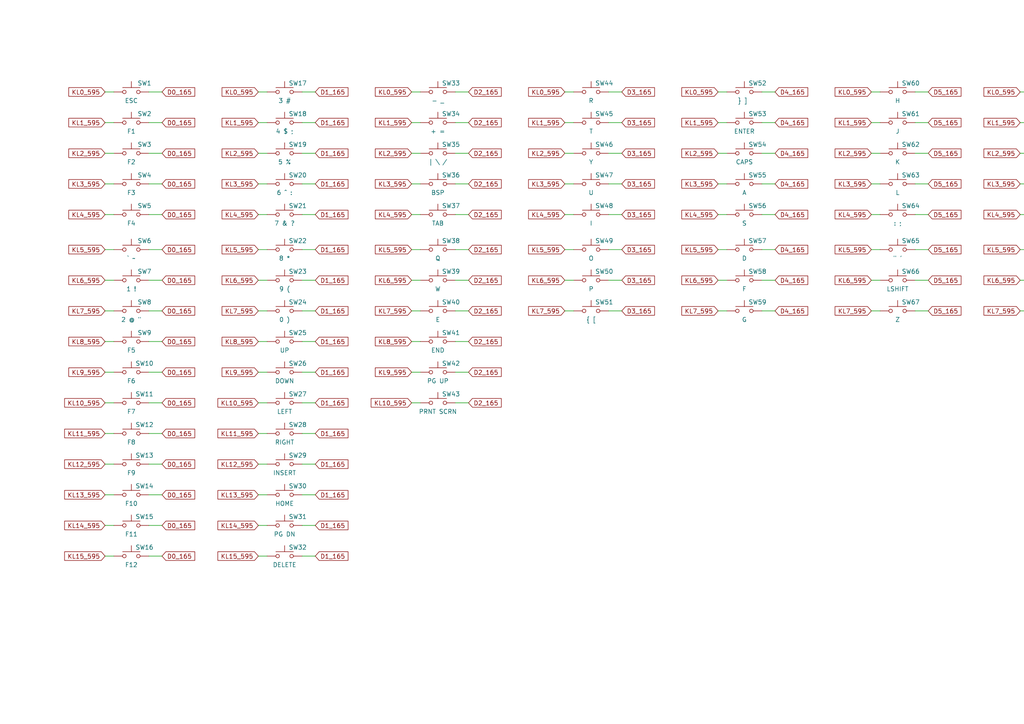
<source format=kicad_sch>
(kicad_sch (version 20211123) (generator eeschema)

  (uuid f75c9eef-19b8-4b75-8e39-603274525b11)

  (paper "A4")

  (lib_symbols
    (symbol "Switch:SW_Push" (pin_numbers hide) (pin_names (offset 1.016) hide) (in_bom yes) (on_board yes)
      (property "Reference" "SW" (id 0) (at 1.27 2.54 0)
        (effects (font (size 1.27 1.27)) (justify left))
      )
      (property "Value" "SW_Push" (id 1) (at 0 -1.524 0)
        (effects (font (size 1.27 1.27)))
      )
      (property "Footprint" "" (id 2) (at 0 5.08 0)
        (effects (font (size 1.27 1.27)) hide)
      )
      (property "Datasheet" "~" (id 3) (at 0 5.08 0)
        (effects (font (size 1.27 1.27)) hide)
      )
      (property "ki_keywords" "switch normally-open pushbutton push-button" (id 4) (at 0 0 0)
        (effects (font (size 1.27 1.27)) hide)
      )
      (property "ki_description" "Push button switch, generic, two pins" (id 5) (at 0 0 0)
        (effects (font (size 1.27 1.27)) hide)
      )
      (symbol "SW_Push_0_1"
        (circle (center -2.032 0) (radius 0.508)
          (stroke (width 0) (type default) (color 0 0 0 0))
          (fill (type none))
        )
        (polyline
          (pts
            (xy 0 1.27)
            (xy 0 3.048)
          )
          (stroke (width 0) (type default) (color 0 0 0 0))
          (fill (type none))
        )
        (polyline
          (pts
            (xy 2.54 1.27)
            (xy -2.54 1.27)
          )
          (stroke (width 0) (type default) (color 0 0 0 0))
          (fill (type none))
        )
        (circle (center 2.032 0) (radius 0.508)
          (stroke (width 0) (type default) (color 0 0 0 0))
          (fill (type none))
        )
        (pin passive line (at -5.08 0 0) (length 2.54)
          (name "1" (effects (font (size 1.27 1.27))))
          (number "1" (effects (font (size 1.27 1.27))))
        )
        (pin passive line (at 5.08 0 180) (length 2.54)
          (name "2" (effects (font (size 1.27 1.27))))
          (number "2" (effects (font (size 1.27 1.27))))
        )
      )
    )
  )


  (wire (pts (xy 74.93 62.23) (xy 77.47 62.23))
    (stroke (width 0) (type default) (color 0 0 0 0))
    (uuid 00a4e526-ac98-43a5-ad38-2a845ca57c6c)
  )
  (wire (pts (xy 87.63 26.67) (xy 91.44 26.67))
    (stroke (width 0) (type default) (color 0 0 0 0))
    (uuid 00e79bfd-ad03-4bf8-8e1b-56d8a9aa887d)
  )
  (wire (pts (xy 87.63 72.39) (xy 91.44 72.39))
    (stroke (width 0) (type default) (color 0 0 0 0))
    (uuid 0297140f-bdde-4a7b-a045-2407c7ba5d71)
  )
  (wire (pts (xy 43.18 125.73) (xy 46.99 125.73))
    (stroke (width 0) (type default) (color 0 0 0 0))
    (uuid 0515808b-7fea-49be-9131-b3c6a0ed854e)
  )
  (wire (pts (xy 132.08 90.17) (xy 135.89 90.17))
    (stroke (width 0) (type default) (color 0 0 0 0))
    (uuid 06243363-ace5-4c3e-895a-6792fd97f6f6)
  )
  (wire (pts (xy 87.63 143.51) (xy 91.44 143.51))
    (stroke (width 0) (type default) (color 0 0 0 0))
    (uuid 0637079b-23a2-41ae-9b29-e55446942e89)
  )
  (wire (pts (xy 87.63 81.28) (xy 91.44 81.28))
    (stroke (width 0) (type default) (color 0 0 0 0))
    (uuid 071f8062-7d6b-4414-989e-d2122b1d0e32)
  )
  (wire (pts (xy 132.08 62.23) (xy 135.89 62.23))
    (stroke (width 0) (type default) (color 0 0 0 0))
    (uuid 09d5efbe-0c86-4044-a5ef-2ba05cb6a7b7)
  )
  (wire (pts (xy 43.18 99.06) (xy 46.99 99.06))
    (stroke (width 0) (type default) (color 0 0 0 0))
    (uuid 0ab94940-6c42-43da-a18e-9887b1046493)
  )
  (wire (pts (xy 132.08 35.56) (xy 135.89 35.56))
    (stroke (width 0) (type default) (color 0 0 0 0))
    (uuid 0ce23ead-2929-4744-bf90-56369dc1759f)
  )
  (wire (pts (xy 74.93 26.67) (xy 77.47 26.67))
    (stroke (width 0) (type default) (color 0 0 0 0))
    (uuid 0d10fe30-1d36-4b74-8d57-a6046d4272e4)
  )
  (wire (pts (xy 176.53 72.39) (xy 180.34 72.39))
    (stroke (width 0) (type default) (color 0 0 0 0))
    (uuid 0ee7f9e6-a929-46df-b113-8ef0429072c4)
  )
  (wire (pts (xy 87.63 134.62) (xy 91.44 134.62))
    (stroke (width 0) (type default) (color 0 0 0 0))
    (uuid 0f8119ca-616c-46ab-acd1-ef54f438868b)
  )
  (wire (pts (xy 43.18 81.28) (xy 46.99 81.28))
    (stroke (width 0) (type default) (color 0 0 0 0))
    (uuid 1318d09e-42c0-4825-9ebe-f45e38ce401c)
  )
  (wire (pts (xy 208.28 72.39) (xy 210.82 72.39))
    (stroke (width 0) (type default) (color 0 0 0 0))
    (uuid 14e653ce-58f5-48ba-8280-9f9128d998f8)
  )
  (wire (pts (xy 74.93 152.4) (xy 77.47 152.4))
    (stroke (width 0) (type default) (color 0 0 0 0))
    (uuid 163070d7-3d73-471d-a3b1-ab76eaac905a)
  )
  (wire (pts (xy 43.18 134.62) (xy 46.99 134.62))
    (stroke (width 0) (type default) (color 0 0 0 0))
    (uuid 1701c0b3-098b-4052-b3af-a72b3af463a6)
  )
  (wire (pts (xy 163.83 26.67) (xy 166.37 26.67))
    (stroke (width 0) (type default) (color 0 0 0 0))
    (uuid 1825e17c-e67f-4e6c-a84c-e5481309efe4)
  )
  (wire (pts (xy 43.18 143.51) (xy 46.99 143.51))
    (stroke (width 0) (type default) (color 0 0 0 0))
    (uuid 1882d6b8-ee7a-4611-956b-81c5b3a9d399)
  )
  (wire (pts (xy 353.06 62.23) (xy 356.87 62.23))
    (stroke (width 0) (type default) (color 0 0 0 0))
    (uuid 1b0aebc1-e07d-4c09-86ff-9514c7709794)
  )
  (wire (pts (xy 353.06 81.28) (xy 356.87 81.28))
    (stroke (width 0) (type default) (color 0 0 0 0))
    (uuid 1b902e79-0b63-452b-ae72-fd2a48891d96)
  )
  (wire (pts (xy 220.98 35.56) (xy 224.79 35.56))
    (stroke (width 0) (type default) (color 0 0 0 0))
    (uuid 1bc9b113-21b2-40d2-8e43-204879736f9b)
  )
  (wire (pts (xy 295.91 72.39) (xy 298.45 72.39))
    (stroke (width 0) (type default) (color 0 0 0 0))
    (uuid 1cd0750b-01dd-4d00-a447-e212435821e8)
  )
  (wire (pts (xy 220.98 90.17) (xy 224.79 90.17))
    (stroke (width 0) (type default) (color 0 0 0 0))
    (uuid 2030857b-7114-410d-97fe-98bc1fca0516)
  )
  (wire (pts (xy 74.93 90.17) (xy 77.47 90.17))
    (stroke (width 0) (type default) (color 0 0 0 0))
    (uuid 20e6a1fb-8bc0-42fe-8413-d3c8e33a88dd)
  )
  (wire (pts (xy 119.38 53.34) (xy 121.92 53.34))
    (stroke (width 0) (type default) (color 0 0 0 0))
    (uuid 21193ed8-33e6-4c40-8306-40c4548240b1)
  )
  (wire (pts (xy 87.63 53.34) (xy 91.44 53.34))
    (stroke (width 0) (type default) (color 0 0 0 0))
    (uuid 21b1c7d5-690d-4f68-9b85-c529cf15ee83)
  )
  (wire (pts (xy 43.18 72.39) (xy 46.99 72.39))
    (stroke (width 0) (type default) (color 0 0 0 0))
    (uuid 21d67612-9b79-4e7f-9803-fc9ce54f4485)
  )
  (wire (pts (xy 30.48 81.28) (xy 33.02 81.28))
    (stroke (width 0) (type default) (color 0 0 0 0))
    (uuid 23add172-1ccf-4ca5-8f53-a64d38c60b09)
  )
  (wire (pts (xy 176.53 26.67) (xy 180.34 26.67))
    (stroke (width 0) (type default) (color 0 0 0 0))
    (uuid 24835761-14fd-446a-97d4-903257316576)
  )
  (wire (pts (xy 43.18 26.67) (xy 46.99 26.67))
    (stroke (width 0) (type default) (color 0 0 0 0))
    (uuid 24e6d54d-9122-4b98-b10d-c26274a9ea9b)
  )
  (wire (pts (xy 30.48 53.34) (xy 33.02 53.34))
    (stroke (width 0) (type default) (color 0 0 0 0))
    (uuid 264246ca-6843-4f05-97f4-617cf7154639)
  )
  (wire (pts (xy 353.06 53.34) (xy 356.87 53.34))
    (stroke (width 0) (type default) (color 0 0 0 0))
    (uuid 27d64098-2fc8-4a8a-a97d-3e8d2467b7a7)
  )
  (wire (pts (xy 340.36 53.34) (xy 342.9 53.34))
    (stroke (width 0) (type default) (color 0 0 0 0))
    (uuid 280e427e-8055-4a2e-b93e-6690b3656352)
  )
  (wire (pts (xy 74.93 99.06) (xy 77.47 99.06))
    (stroke (width 0) (type default) (color 0 0 0 0))
    (uuid 28182288-7584-45d4-8d04-c9d11a3d0b61)
  )
  (wire (pts (xy 43.18 35.56) (xy 46.99 35.56))
    (stroke (width 0) (type default) (color 0 0 0 0))
    (uuid 2d32af8f-5ccd-48da-9758-81d257092c48)
  )
  (wire (pts (xy 252.73 90.17) (xy 255.27 90.17))
    (stroke (width 0) (type default) (color 0 0 0 0))
    (uuid 344d1e00-4568-47bd-be95-e2fcdb349330)
  )
  (wire (pts (xy 163.83 81.28) (xy 166.37 81.28))
    (stroke (width 0) (type default) (color 0 0 0 0))
    (uuid 35825418-0871-4dd4-815d-1dc8732c3729)
  )
  (wire (pts (xy 340.36 90.17) (xy 342.9 90.17))
    (stroke (width 0) (type default) (color 0 0 0 0))
    (uuid 35b821a5-c7a4-4634-ae3d-033ed8e12154)
  )
  (wire (pts (xy 87.63 152.4) (xy 91.44 152.4))
    (stroke (width 0) (type default) (color 0 0 0 0))
    (uuid 3713a325-acb3-44a5-8a87-128fb647a630)
  )
  (wire (pts (xy 30.48 125.73) (xy 33.02 125.73))
    (stroke (width 0) (type default) (color 0 0 0 0))
    (uuid 37dfa948-af20-4ad2-b496-cc1daab5a188)
  )
  (wire (pts (xy 74.93 107.95) (xy 77.47 107.95))
    (stroke (width 0) (type default) (color 0 0 0 0))
    (uuid 37f90c22-2eca-4d95-8dab-3a8537efef19)
  )
  (wire (pts (xy 252.73 53.34) (xy 255.27 53.34))
    (stroke (width 0) (type default) (color 0 0 0 0))
    (uuid 3870639b-b426-451a-9cbd-289057f30c62)
  )
  (wire (pts (xy 132.08 107.95) (xy 135.89 107.95))
    (stroke (width 0) (type default) (color 0 0 0 0))
    (uuid 38b7f838-c747-4525-ae0f-de965a9f424e)
  )
  (wire (pts (xy 74.93 72.39) (xy 77.47 72.39))
    (stroke (width 0) (type default) (color 0 0 0 0))
    (uuid 39ee423b-7aae-4f0f-b19f-2ad4d13e2596)
  )
  (wire (pts (xy 119.38 44.45) (xy 121.92 44.45))
    (stroke (width 0) (type default) (color 0 0 0 0))
    (uuid 3b63b38f-9994-4560-b5e4-0bc179f75e2f)
  )
  (wire (pts (xy 265.43 26.67) (xy 269.24 26.67))
    (stroke (width 0) (type default) (color 0 0 0 0))
    (uuid 3d16d2b3-252c-4047-b3ca-6de7bde6decc)
  )
  (wire (pts (xy 340.36 72.39) (xy 342.9 72.39))
    (stroke (width 0) (type default) (color 0 0 0 0))
    (uuid 3ef31976-fdc0-4120-8359-e7ae02f9a8c4)
  )
  (wire (pts (xy 295.91 53.34) (xy 298.45 53.34))
    (stroke (width 0) (type default) (color 0 0 0 0))
    (uuid 429a86ed-7da4-41ec-a30f-993baa12710c)
  )
  (wire (pts (xy 30.48 90.17) (xy 33.02 90.17))
    (stroke (width 0) (type default) (color 0 0 0 0))
    (uuid 42d1aa0e-85a6-4a48-9f81-3a772d555d6d)
  )
  (wire (pts (xy 74.93 116.84) (xy 77.47 116.84))
    (stroke (width 0) (type default) (color 0 0 0 0))
    (uuid 450f06e0-a93c-4315-8d9f-afcd472617b4)
  )
  (wire (pts (xy 30.48 161.29) (xy 33.02 161.29))
    (stroke (width 0) (type default) (color 0 0 0 0))
    (uuid 45d17dfd-edf7-486b-9514-05b5f8bea972)
  )
  (wire (pts (xy 265.43 35.56) (xy 269.24 35.56))
    (stroke (width 0) (type default) (color 0 0 0 0))
    (uuid 464b52f0-827f-4348-b01c-0d22c17b281f)
  )
  (wire (pts (xy 74.93 81.28) (xy 77.47 81.28))
    (stroke (width 0) (type default) (color 0 0 0 0))
    (uuid 4824e6cf-ffa7-41ef-aa42-3e3c707bb540)
  )
  (wire (pts (xy 340.36 35.56) (xy 342.9 35.56))
    (stroke (width 0) (type default) (color 0 0 0 0))
    (uuid 4850957a-7a7e-476e-9290-2cffbc4dd68c)
  )
  (wire (pts (xy 308.61 81.28) (xy 312.42 81.28))
    (stroke (width 0) (type default) (color 0 0 0 0))
    (uuid 496de3d1-31c7-40d7-a63b-f94646bdebb6)
  )
  (wire (pts (xy 163.83 90.17) (xy 166.37 90.17))
    (stroke (width 0) (type default) (color 0 0 0 0))
    (uuid 4bbe63b8-4b5a-47d0-8a89-67906c970aee)
  )
  (wire (pts (xy 87.63 62.23) (xy 91.44 62.23))
    (stroke (width 0) (type default) (color 0 0 0 0))
    (uuid 4de2d93f-f6ac-4007-b4d1-6068c992b721)
  )
  (wire (pts (xy 265.43 53.34) (xy 269.24 53.34))
    (stroke (width 0) (type default) (color 0 0 0 0))
    (uuid 4e093f50-1716-4c06-8482-d871520cc2f3)
  )
  (wire (pts (xy 265.43 62.23) (xy 269.24 62.23))
    (stroke (width 0) (type default) (color 0 0 0 0))
    (uuid 4e2478bf-3aac-4dfb-959b-4a9f0a61eb26)
  )
  (wire (pts (xy 176.53 81.28) (xy 180.34 81.28))
    (stroke (width 0) (type default) (color 0 0 0 0))
    (uuid 4fc1b343-c3a9-4ae8-9440-287cfc771564)
  )
  (wire (pts (xy 74.93 35.56) (xy 77.47 35.56))
    (stroke (width 0) (type default) (color 0 0 0 0))
    (uuid 5191c665-5ae6-495d-b26f-2bc38d588202)
  )
  (wire (pts (xy 295.91 44.45) (xy 298.45 44.45))
    (stroke (width 0) (type default) (color 0 0 0 0))
    (uuid 521272c8-3cb5-44b0-8cff-2089c92db150)
  )
  (wire (pts (xy 353.06 35.56) (xy 356.87 35.56))
    (stroke (width 0) (type default) (color 0 0 0 0))
    (uuid 5366ab4f-acf9-437f-b09a-317f870d0caf)
  )
  (wire (pts (xy 43.18 62.23) (xy 46.99 62.23))
    (stroke (width 0) (type default) (color 0 0 0 0))
    (uuid 53848fc9-790a-441a-87ee-668702c5f21f)
  )
  (wire (pts (xy 381 62.23) (xy 383.54 62.23))
    (stroke (width 0) (type default) (color 0 0 0 0))
    (uuid 53b5eaec-28b4-4c74-a130-aabe0a625535)
  )
  (wire (pts (xy 353.06 26.67) (xy 356.87 26.67))
    (stroke (width 0) (type default) (color 0 0 0 0))
    (uuid 560e1d1a-fff8-444c-a19a-7aaee79c29ab)
  )
  (wire (pts (xy 163.83 35.56) (xy 166.37 35.56))
    (stroke (width 0) (type default) (color 0 0 0 0))
    (uuid 5d750b66-35ca-4d15-8732-29eaa6c95bad)
  )
  (wire (pts (xy 176.53 53.34) (xy 180.34 53.34))
    (stroke (width 0) (type default) (color 0 0 0 0))
    (uuid 6059e261-1455-4a32-ab67-67d043b46132)
  )
  (wire (pts (xy 308.61 62.23) (xy 312.42 62.23))
    (stroke (width 0) (type default) (color 0 0 0 0))
    (uuid 605f6742-66ca-4fa1-b30d-847277a06bfe)
  )
  (wire (pts (xy 119.38 107.95) (xy 121.92 107.95))
    (stroke (width 0) (type default) (color 0 0 0 0))
    (uuid 608174a1-0b14-4d42-ab29-f6a35a4e4b34)
  )
  (wire (pts (xy 87.63 116.84) (xy 91.44 116.84))
    (stroke (width 0) (type default) (color 0 0 0 0))
    (uuid 616ddb2e-f63a-400a-a995-0f33d8756f53)
  )
  (wire (pts (xy 208.28 26.67) (xy 210.82 26.67))
    (stroke (width 0) (type default) (color 0 0 0 0))
    (uuid 61acf545-0e05-40eb-9512-1ae03e884d28)
  )
  (wire (pts (xy 30.48 99.06) (xy 33.02 99.06))
    (stroke (width 0) (type default) (color 0 0 0 0))
    (uuid 61cea1be-43f9-403b-ba2d-a8e546c27dc0)
  )
  (wire (pts (xy 252.73 35.56) (xy 255.27 35.56))
    (stroke (width 0) (type default) (color 0 0 0 0))
    (uuid 61e2bbe2-8782-4eb4-b31b-bf762714db62)
  )
  (wire (pts (xy 74.93 53.34) (xy 77.47 53.34))
    (stroke (width 0) (type default) (color 0 0 0 0))
    (uuid 64774974-a7de-4a29-9846-6b07f64eef13)
  )
  (wire (pts (xy 132.08 72.39) (xy 135.89 72.39))
    (stroke (width 0) (type default) (color 0 0 0 0))
    (uuid 67de6573-1a2f-4ec0-bf4a-d953520630a9)
  )
  (wire (pts (xy 43.18 107.95) (xy 46.99 107.95))
    (stroke (width 0) (type default) (color 0 0 0 0))
    (uuid 6b1cb335-cdf4-4b16-8d6f-0b73c60db476)
  )
  (wire (pts (xy 176.53 35.56) (xy 180.34 35.56))
    (stroke (width 0) (type default) (color 0 0 0 0))
    (uuid 6bb17e04-199b-474f-9e8a-c0fe18bb51c4)
  )
  (wire (pts (xy 119.38 35.56) (xy 121.92 35.56))
    (stroke (width 0) (type default) (color 0 0 0 0))
    (uuid 6bce5ffb-7d6f-4df7-8c22-dbecaa2e775a)
  )
  (wire (pts (xy 176.53 44.45) (xy 180.34 44.45))
    (stroke (width 0) (type default) (color 0 0 0 0))
    (uuid 6d249c94-576d-4679-bb5d-f6e724012a69)
  )
  (wire (pts (xy 265.43 44.45) (xy 269.24 44.45))
    (stroke (width 0) (type default) (color 0 0 0 0))
    (uuid 6d57e69f-eecb-443f-bcf4-190f279a7d4e)
  )
  (wire (pts (xy 252.73 81.28) (xy 255.27 81.28))
    (stroke (width 0) (type default) (color 0 0 0 0))
    (uuid 6f3c93e2-ddd5-4b0b-bf0d-0c5a78eaaebf)
  )
  (wire (pts (xy 308.61 90.17) (xy 312.42 90.17))
    (stroke (width 0) (type default) (color 0 0 0 0))
    (uuid 73550b0b-b7f6-4de8-bd1e-641998e5e251)
  )
  (wire (pts (xy 176.53 90.17) (xy 180.34 90.17))
    (stroke (width 0) (type default) (color 0 0 0 0))
    (uuid 743326bb-1a88-4767-8608-f94cf7f4f45b)
  )
  (wire (pts (xy 308.61 35.56) (xy 312.42 35.56))
    (stroke (width 0) (type default) (color 0 0 0 0))
    (uuid 74ca50a5-57e6-4ea4-95f6-cb03569e5184)
  )
  (wire (pts (xy 163.83 72.39) (xy 166.37 72.39))
    (stroke (width 0) (type default) (color 0 0 0 0))
    (uuid 7bce600a-e73a-495e-a3f5-650c60aed0cc)
  )
  (wire (pts (xy 208.28 62.23) (xy 210.82 62.23))
    (stroke (width 0) (type default) (color 0 0 0 0))
    (uuid 7bd294b4-4107-4712-9c5e-59c6075a34c2)
  )
  (wire (pts (xy 132.08 116.84) (xy 135.89 116.84))
    (stroke (width 0) (type default) (color 0 0 0 0))
    (uuid 7cbc3156-9f3b-48d4-a27f-401aa2da8512)
  )
  (wire (pts (xy 220.98 81.28) (xy 224.79 81.28))
    (stroke (width 0) (type default) (color 0 0 0 0))
    (uuid 7d326d23-ddc0-44d7-a80a-da7e33b0967c)
  )
  (wire (pts (xy 119.38 81.28) (xy 121.92 81.28))
    (stroke (width 0) (type default) (color 0 0 0 0))
    (uuid 7f2bc0b6-2247-4f14-bd0b-d98143cc82c6)
  )
  (wire (pts (xy 74.93 125.73) (xy 77.47 125.73))
    (stroke (width 0) (type default) (color 0 0 0 0))
    (uuid 7f942c03-cac1-4748-b8c5-b6d0c95fa10e)
  )
  (wire (pts (xy 119.38 90.17) (xy 121.92 90.17))
    (stroke (width 0) (type default) (color 0 0 0 0))
    (uuid 814bdb85-fc76-4db8-898c-51da330445cc)
  )
  (wire (pts (xy 74.93 44.45) (xy 77.47 44.45))
    (stroke (width 0) (type default) (color 0 0 0 0))
    (uuid 8923d539-1c17-4b00-a5af-16dd97ee825a)
  )
  (wire (pts (xy 30.48 72.39) (xy 33.02 72.39))
    (stroke (width 0) (type default) (color 0 0 0 0))
    (uuid 898756a7-d5d0-416d-94e7-a92cd38694ba)
  )
  (wire (pts (xy 119.38 72.39) (xy 121.92 72.39))
    (stroke (width 0) (type default) (color 0 0 0 0))
    (uuid 8ad1101f-f819-428d-9739-4580beef6bea)
  )
  (wire (pts (xy 295.91 90.17) (xy 298.45 90.17))
    (stroke (width 0) (type default) (color 0 0 0 0))
    (uuid 8b26f9e0-10ba-4b76-8d2e-09bb605232ae)
  )
  (wire (pts (xy 308.61 72.39) (xy 312.42 72.39))
    (stroke (width 0) (type default) (color 0 0 0 0))
    (uuid 8be5e6b9-3ae4-416f-969d-70f10e62bbce)
  )
  (wire (pts (xy 43.18 53.34) (xy 46.99 53.34))
    (stroke (width 0) (type default) (color 0 0 0 0))
    (uuid 8dc6629c-3c1a-4cbe-bf2a-7f11b7851a31)
  )
  (wire (pts (xy 295.91 81.28) (xy 298.45 81.28))
    (stroke (width 0) (type default) (color 0 0 0 0))
    (uuid 8f540096-6f7e-451c-8b23-9864f586e2a1)
  )
  (wire (pts (xy 87.63 125.73) (xy 91.44 125.73))
    (stroke (width 0) (type default) (color 0 0 0 0))
    (uuid 93704a58-057e-45f8-9dcc-2f5849fdf7a0)
  )
  (wire (pts (xy 43.18 44.45) (xy 46.99 44.45))
    (stroke (width 0) (type default) (color 0 0 0 0))
    (uuid 94d00119-af75-4989-8338-c72565c2806a)
  )
  (wire (pts (xy 176.53 62.23) (xy 180.34 62.23))
    (stroke (width 0) (type default) (color 0 0 0 0))
    (uuid 95e891f7-2737-4186-8836-267db361f28c)
  )
  (wire (pts (xy 30.48 116.84) (xy 33.02 116.84))
    (stroke (width 0) (type default) (color 0 0 0 0))
    (uuid 9848a55e-fdf3-4ec4-aa23-4d14134f96eb)
  )
  (wire (pts (xy 265.43 72.39) (xy 269.24 72.39))
    (stroke (width 0) (type default) (color 0 0 0 0))
    (uuid 9b816394-465f-43ed-adcc-303b903bd1c0)
  )
  (wire (pts (xy 220.98 44.45) (xy 224.79 44.45))
    (stroke (width 0) (type default) (color 0 0 0 0))
    (uuid 9d0283ed-abe8-4d94-8450-ed07fd725bca)
  )
  (wire (pts (xy 208.28 53.34) (xy 210.82 53.34))
    (stroke (width 0) (type default) (color 0 0 0 0))
    (uuid a02bd009-df0d-4f2a-bd28-419a33ca65e6)
  )
  (wire (pts (xy 132.08 81.28) (xy 135.89 81.28))
    (stroke (width 0) (type default) (color 0 0 0 0))
    (uuid a402ff7f-1280-470b-aaff-5e0a536a195e)
  )
  (wire (pts (xy 208.28 44.45) (xy 210.82 44.45))
    (stroke (width 0) (type default) (color 0 0 0 0))
    (uuid a67e68d2-d0a6-44e4-b829-978b5b4c4fb5)
  )
  (wire (pts (xy 208.28 81.28) (xy 210.82 81.28))
    (stroke (width 0) (type default) (color 0 0 0 0))
    (uuid a7dde8c5-59ff-4fb2-9f26-63bf2c414dca)
  )
  (wire (pts (xy 252.73 72.39) (xy 255.27 72.39))
    (stroke (width 0) (type default) (color 0 0 0 0))
    (uuid aa37dd76-723c-4545-82e0-32c0baf99554)
  )
  (wire (pts (xy 220.98 26.67) (xy 224.79 26.67))
    (stroke (width 0) (type default) (color 0 0 0 0))
    (uuid ad09490a-b299-4d63-a1a8-314d23d7aa31)
  )
  (wire (pts (xy 30.48 35.56) (xy 33.02 35.56))
    (stroke (width 0) (type default) (color 0 0 0 0))
    (uuid addd9bac-6caf-4f7b-b19e-3a5cccc9c611)
  )
  (wire (pts (xy 43.18 161.29) (xy 46.99 161.29))
    (stroke (width 0) (type default) (color 0 0 0 0))
    (uuid aeff4fc7-db39-4666-8908-281e84c393e2)
  )
  (wire (pts (xy 119.38 62.23) (xy 121.92 62.23))
    (stroke (width 0) (type default) (color 0 0 0 0))
    (uuid b0dadf7e-c4ee-4f06-94e4-08d2d9b5c0bf)
  )
  (wire (pts (xy 43.18 152.4) (xy 46.99 152.4))
    (stroke (width 0) (type default) (color 0 0 0 0))
    (uuid b22191e9-3506-4781-a9f8-a155e4bf985c)
  )
  (wire (pts (xy 295.91 26.67) (xy 298.45 26.67))
    (stroke (width 0) (type default) (color 0 0 0 0))
    (uuid b777703e-2017-4e8f-ad6f-0282e4061316)
  )
  (wire (pts (xy 252.73 62.23) (xy 255.27 62.23))
    (stroke (width 0) (type default) (color 0 0 0 0))
    (uuid b7857d5d-55fb-4c59-8a22-bb649bb2e2fc)
  )
  (wire (pts (xy 265.43 81.28) (xy 269.24 81.28))
    (stroke (width 0) (type default) (color 0 0 0 0))
    (uuid b8309748-2e28-4977-a250-3bdcb2b19912)
  )
  (wire (pts (xy 74.93 134.62) (xy 77.47 134.62))
    (stroke (width 0) (type default) (color 0 0 0 0))
    (uuid b8edc908-cc7e-46ee-afc4-85668df084a2)
  )
  (wire (pts (xy 132.08 53.34) (xy 135.89 53.34))
    (stroke (width 0) (type default) (color 0 0 0 0))
    (uuid b96e5094-9e19-4d91-8c8d-bf41333ffd9b)
  )
  (wire (pts (xy 74.93 161.29) (xy 77.47 161.29))
    (stroke (width 0) (type default) (color 0 0 0 0))
    (uuid b9f12f09-e46c-4d93-a348-a1568b1880c8)
  )
  (wire (pts (xy 30.48 44.45) (xy 33.02 44.45))
    (stroke (width 0) (type default) (color 0 0 0 0))
    (uuid bf72ec64-a7e3-4c35-9ec4-4863c8439f36)
  )
  (wire (pts (xy 220.98 53.34) (xy 224.79 53.34))
    (stroke (width 0) (type default) (color 0 0 0 0))
    (uuid c029b612-a2ce-400b-a2f6-4687caaca3fc)
  )
  (wire (pts (xy 163.83 62.23) (xy 166.37 62.23))
    (stroke (width 0) (type default) (color 0 0 0 0))
    (uuid c0359c50-021c-4173-a7a8-b0750fc773a4)
  )
  (wire (pts (xy 30.48 26.67) (xy 33.02 26.67))
    (stroke (width 0) (type default) (color 0 0 0 0))
    (uuid c1dd55af-a7ab-41f2-a002-6fbfc012c7fe)
  )
  (wire (pts (xy 353.06 72.39) (xy 356.87 72.39))
    (stroke (width 0) (type default) (color 0 0 0 0))
    (uuid c217629a-eb64-4adb-bcb5-b48423fe8198)
  )
  (wire (pts (xy 393.7 62.23) (xy 397.51 62.23))
    (stroke (width 0) (type default) (color 0 0 0 0))
    (uuid c2d64e29-8052-48d2-9901-68be3b2e7c0e)
  )
  (wire (pts (xy 340.36 26.67) (xy 342.9 26.67))
    (stroke (width 0) (type default) (color 0 0 0 0))
    (uuid c756fd49-8452-4a73-8cc1-cefec6631f46)
  )
  (wire (pts (xy 163.83 44.45) (xy 166.37 44.45))
    (stroke (width 0) (type default) (color 0 0 0 0))
    (uuid c7720c6f-e7ea-49aa-99ce-82aac8798100)
  )
  (wire (pts (xy 220.98 62.23) (xy 224.79 62.23))
    (stroke (width 0) (type default) (color 0 0 0 0))
    (uuid ca4e303e-d42a-4511-8676-b4cd81469a3b)
  )
  (wire (pts (xy 252.73 26.67) (xy 255.27 26.67))
    (stroke (width 0) (type default) (color 0 0 0 0))
    (uuid ca7b0635-0baf-44fd-bb5e-5c82e5742f1e)
  )
  (wire (pts (xy 30.48 62.23) (xy 33.02 62.23))
    (stroke (width 0) (type default) (color 0 0 0 0))
    (uuid caf9d8d6-0169-4715-bbb5-ce99266c0547)
  )
  (wire (pts (xy 30.48 152.4) (xy 33.02 152.4))
    (stroke (width 0) (type default) (color 0 0 0 0))
    (uuid cdfc4780-b85e-4243-89e2-044b3168f9f4)
  )
  (wire (pts (xy 208.28 35.56) (xy 210.82 35.56))
    (stroke (width 0) (type default) (color 0 0 0 0))
    (uuid cf18ca43-f0df-471a-926c-e0ef7256bded)
  )
  (wire (pts (xy 252.73 44.45) (xy 255.27 44.45))
    (stroke (width 0) (type default) (color 0 0 0 0))
    (uuid cfc2dc64-48a8-4bc9-abe8-ca1f4adc1414)
  )
  (wire (pts (xy 87.63 44.45) (xy 91.44 44.45))
    (stroke (width 0) (type default) (color 0 0 0 0))
    (uuid d4d78a46-c5f1-4fd1-a143-2fe869984243)
  )
  (wire (pts (xy 30.48 134.62) (xy 33.02 134.62))
    (stroke (width 0) (type default) (color 0 0 0 0))
    (uuid d62111b0-b0c6-4961-bbbe-231d6e55d462)
  )
  (wire (pts (xy 163.83 53.34) (xy 166.37 53.34))
    (stroke (width 0) (type default) (color 0 0 0 0))
    (uuid d9131a24-d27e-465e-ad78-c91a6a361340)
  )
  (wire (pts (xy 295.91 62.23) (xy 298.45 62.23))
    (stroke (width 0) (type default) (color 0 0 0 0))
    (uuid d9f3e6da-5c9d-4947-bb3d-90816f3c2d28)
  )
  (wire (pts (xy 340.36 62.23) (xy 342.9 62.23))
    (stroke (width 0) (type default) (color 0 0 0 0))
    (uuid db1a0b83-5527-4847-921b-4af0a5563c0d)
  )
  (wire (pts (xy 119.38 116.84) (xy 121.92 116.84))
    (stroke (width 0) (type default) (color 0 0 0 0))
    (uuid dbdd3881-a73d-4826-9ff9-8e9b5b133ff0)
  )
  (wire (pts (xy 208.28 90.17) (xy 210.82 90.17))
    (stroke (width 0) (type default) (color 0 0 0 0))
    (uuid e0056afd-fcf1-4bbc-b1be-b70642a7bfb3)
  )
  (wire (pts (xy 87.63 107.95) (xy 91.44 107.95))
    (stroke (width 0) (type default) (color 0 0 0 0))
    (uuid e221083f-9a68-4a74-8978-0cea4191579e)
  )
  (wire (pts (xy 340.36 81.28) (xy 342.9 81.28))
    (stroke (width 0) (type default) (color 0 0 0 0))
    (uuid e34aee19-69ac-499c-8710-0c5c65307281)
  )
  (wire (pts (xy 43.18 90.17) (xy 46.99 90.17))
    (stroke (width 0) (type default) (color 0 0 0 0))
    (uuid e3592fa7-8f1f-4523-9dca-e3c62a3c1a11)
  )
  (wire (pts (xy 30.48 107.95) (xy 33.02 107.95))
    (stroke (width 0) (type default) (color 0 0 0 0))
    (uuid e3a9d329-cb9b-44f8-a61d-d18f9662debf)
  )
  (wire (pts (xy 30.48 143.51) (xy 33.02 143.51))
    (stroke (width 0) (type default) (color 0 0 0 0))
    (uuid e49de9dd-2df6-442c-a94e-20d5a48d27a7)
  )
  (wire (pts (xy 43.18 116.84) (xy 46.99 116.84))
    (stroke (width 0) (type default) (color 0 0 0 0))
    (uuid e4ee7e08-a43f-4fa6-bf6e-6acb94abd309)
  )
  (wire (pts (xy 340.36 44.45) (xy 342.9 44.45))
    (stroke (width 0) (type default) (color 0 0 0 0))
    (uuid e6077763-0ae9-48d8-86de-6c4ef5d753f2)
  )
  (wire (pts (xy 119.38 99.06) (xy 121.92 99.06))
    (stroke (width 0) (type default) (color 0 0 0 0))
    (uuid e67e8cd0-e9fe-4508-9c88-ec001eaebcc5)
  )
  (wire (pts (xy 308.61 26.67) (xy 312.42 26.67))
    (stroke (width 0) (type default) (color 0 0 0 0))
    (uuid e9f15ff2-d56e-4510-8634-b6769cb60d75)
  )
  (wire (pts (xy 132.08 44.45) (xy 135.89 44.45))
    (stroke (width 0) (type default) (color 0 0 0 0))
    (uuid ea237ac5-871d-4e77-a9f3-f20c33d1975b)
  )
  (wire (pts (xy 295.91 35.56) (xy 298.45 35.56))
    (stroke (width 0) (type default) (color 0 0 0 0))
    (uuid edbc09a6-912a-42c5-90b8-1f10195e14c5)
  )
  (wire (pts (xy 87.63 35.56) (xy 91.44 35.56))
    (stroke (width 0) (type default) (color 0 0 0 0))
    (uuid ef2e39d3-0d15-4c15-9db0-284993c9be9b)
  )
  (wire (pts (xy 353.06 44.45) (xy 356.87 44.45))
    (stroke (width 0) (type default) (color 0 0 0 0))
    (uuid f0243a7d-f27c-49b2-bc60-dbdd2762c800)
  )
  (wire (pts (xy 119.38 26.67) (xy 121.92 26.67))
    (stroke (width 0) (type default) (color 0 0 0 0))
    (uuid f2437e70-1ff0-45cf-8b55-df2a62ddb942)
  )
  (wire (pts (xy 74.93 143.51) (xy 77.47 143.51))
    (stroke (width 0) (type default) (color 0 0 0 0))
    (uuid f3e7babf-3c5f-406f-9474-0529293948e8)
  )
  (wire (pts (xy 87.63 90.17) (xy 91.44 90.17))
    (stroke (width 0) (type default) (color 0 0 0 0))
    (uuid f5519750-3919-4bd4-9d71-cf92e56cb952)
  )
  (wire (pts (xy 308.61 53.34) (xy 312.42 53.34))
    (stroke (width 0) (type default) (color 0 0 0 0))
    (uuid f5555421-1474-4615-8785-de1269a3c1c8)
  )
  (wire (pts (xy 87.63 161.29) (xy 91.44 161.29))
    (stroke (width 0) (type default) (color 0 0 0 0))
    (uuid f90819d1-c37b-48c2-9407-489d75ec1913)
  )
  (wire (pts (xy 220.98 72.39) (xy 224.79 72.39))
    (stroke (width 0) (type default) (color 0 0 0 0))
    (uuid fb750af1-d52c-496a-8d3e-38324951cd4d)
  )
  (wire (pts (xy 132.08 99.06) (xy 135.89 99.06))
    (stroke (width 0) (type default) (color 0 0 0 0))
    (uuid fb95ed0b-34f1-48d6-a275-48d939b6d9e6)
  )
  (wire (pts (xy 132.08 26.67) (xy 135.89 26.67))
    (stroke (width 0) (type default) (color 0 0 0 0))
    (uuid fbb05566-8c76-4cf6-8a09-fa76b70192e3)
  )
  (wire (pts (xy 265.43 90.17) (xy 269.24 90.17))
    (stroke (width 0) (type default) (color 0 0 0 0))
    (uuid fccd0e2e-9738-4cd5-b46c-c1b71cfe893d)
  )
  (wire (pts (xy 308.61 44.45) (xy 312.42 44.45))
    (stroke (width 0) (type default) (color 0 0 0 0))
    (uuid fce2f69c-8bd2-4948-9859-2ff6002c32dd)
  )
  (wire (pts (xy 353.06 90.17) (xy 356.87 90.17))
    (stroke (width 0) (type default) (color 0 0 0 0))
    (uuid fdf41f84-1ce3-43dc-ab21-2f70aaa4c1e1)
  )
  (wire (pts (xy 87.63 99.06) (xy 91.44 99.06))
    (stroke (width 0) (type default) (color 0 0 0 0))
    (uuid ffa31c01-21cd-46ef-a89f-6d5471a648da)
  )

  (global_label "D0_165" (shape input) (at 46.99 134.62 0) (fields_autoplaced)
    (effects (font (size 1.27 1.27)) (justify left))
    (uuid 007cf9b4-56e1-4994-bb99-d9dd92029d42)
    (property "Intersheet References" "${INTERSHEET_REFS}" (id 0) (at 56.4788 134.5406 0)
      (effects (font (size 1.27 1.27)) (justify left) hide)
    )
  )
  (global_label "D5_165" (shape input) (at 269.24 72.39 0) (fields_autoplaced)
    (effects (font (size 1.27 1.27)) (justify left))
    (uuid 0148a36c-fb7e-49ee-877d-95cc930ba70c)
    (property "Intersheet References" "${INTERSHEET_REFS}" (id 0) (at 278.7288 72.3106 0)
      (effects (font (size 1.27 1.27)) (justify left) hide)
    )
  )
  (global_label "D5_165" (shape input) (at 269.24 81.28 0) (fields_autoplaced)
    (effects (font (size 1.27 1.27)) (justify left))
    (uuid 0372c5de-8249-45c2-8792-659dcc640787)
    (property "Intersheet References" "${INTERSHEET_REFS}" (id 0) (at 278.7288 81.2006 0)
      (effects (font (size 1.27 1.27)) (justify left) hide)
    )
  )
  (global_label "KL3_595" (shape input) (at 295.91 53.34 180) (fields_autoplaced)
    (effects (font (size 1.27 1.27)) (justify right))
    (uuid 065ea47b-3cd5-4082-83b6-a54023a57af5)
    (property "Intersheet References" "${INTERSHEET_REFS}" (id 0) (at 285.3931 53.2606 0)
      (effects (font (size 1.27 1.27)) (justify right) hide)
    )
  )
  (global_label "KL3_595" (shape input) (at 119.38 53.34 180) (fields_autoplaced)
    (effects (font (size 1.27 1.27)) (justify right))
    (uuid 06cc3a66-6b3f-4a30-8352-4d0fd329c1df)
    (property "Intersheet References" "${INTERSHEET_REFS}" (id 0) (at 108.8631 53.2606 0)
      (effects (font (size 1.27 1.27)) (justify right) hide)
    )
  )
  (global_label "KL2_595" (shape input) (at 30.48 44.45 180) (fields_autoplaced)
    (effects (font (size 1.27 1.27)) (justify right))
    (uuid 07b7acf1-afa0-46fb-b5a2-056df67fd9dc)
    (property "Intersheet References" "${INTERSHEET_REFS}" (id 0) (at 19.9631 44.3706 0)
      (effects (font (size 1.27 1.27)) (justify right) hide)
    )
  )
  (global_label "KL0_595" (shape input) (at 74.93 26.67 180) (fields_autoplaced)
    (effects (font (size 1.27 1.27)) (justify right))
    (uuid 0ec88060-5b7f-4dac-8c01-a2aaae2532b0)
    (property "Intersheet References" "${INTERSHEET_REFS}" (id 0) (at 64.4131 26.5906 0)
      (effects (font (size 1.27 1.27)) (justify right) hide)
    )
  )
  (global_label "KL1_595" (shape input) (at 295.91 35.56 180) (fields_autoplaced)
    (effects (font (size 1.27 1.27)) (justify right))
    (uuid 1346ddc0-82dd-47cc-9da1-cb6eb8db9f76)
    (property "Intersheet References" "${INTERSHEET_REFS}" (id 0) (at 285.3931 35.4806 0)
      (effects (font (size 1.27 1.27)) (justify right) hide)
    )
  )
  (global_label "KL2_595" (shape input) (at 340.36 44.45 180) (fields_autoplaced)
    (effects (font (size 1.27 1.27)) (justify right))
    (uuid 14184a30-482a-4153-8ac1-f62b47163ff3)
    (property "Intersheet References" "${INTERSHEET_REFS}" (id 0) (at 329.8431 44.3706 0)
      (effects (font (size 1.27 1.27)) (justify right) hide)
    )
  )
  (global_label "D0_165" (shape input) (at 46.99 81.28 0) (fields_autoplaced)
    (effects (font (size 1.27 1.27)) (justify left))
    (uuid 1525d6ad-a16a-47c3-8f39-a6bc3f4cb05c)
    (property "Intersheet References" "${INTERSHEET_REFS}" (id 0) (at 56.4788 81.2006 0)
      (effects (font (size 1.27 1.27)) (justify left) hide)
    )
  )
  (global_label "D3_165" (shape input) (at 180.34 90.17 0) (fields_autoplaced)
    (effects (font (size 1.27 1.27)) (justify left))
    (uuid 19e46518-5d5b-4096-b56b-86e46523c251)
    (property "Intersheet References" "${INTERSHEET_REFS}" (id 0) (at 189.8288 90.0906 0)
      (effects (font (size 1.27 1.27)) (justify left) hide)
    )
  )
  (global_label "D1_165" (shape input) (at 91.44 90.17 0) (fields_autoplaced)
    (effects (font (size 1.27 1.27)) (justify left))
    (uuid 1b5dfa55-766e-4a9b-8fdf-813b210980da)
    (property "Intersheet References" "${INTERSHEET_REFS}" (id 0) (at 100.9288 90.0906 0)
      (effects (font (size 1.27 1.27)) (justify left) hide)
    )
  )
  (global_label "D6_165" (shape input) (at 312.42 72.39 0) (fields_autoplaced)
    (effects (font (size 1.27 1.27)) (justify left))
    (uuid 1e13e3cf-4d12-4738-b8ef-1bc120d19507)
    (property "Intersheet References" "${INTERSHEET_REFS}" (id 0) (at 321.9088 72.3106 0)
      (effects (font (size 1.27 1.27)) (justify left) hide)
    )
  )
  (global_label "KL6_595" (shape input) (at 74.93 81.28 180) (fields_autoplaced)
    (effects (font (size 1.27 1.27)) (justify right))
    (uuid 20bbf73b-4233-46be-909e-98ce2086a3be)
    (property "Intersheet References" "${INTERSHEET_REFS}" (id 0) (at 64.4131 81.2006 0)
      (effects (font (size 1.27 1.27)) (justify right) hide)
    )
  )
  (global_label "KL4_595" (shape input) (at 252.73 62.23 180) (fields_autoplaced)
    (effects (font (size 1.27 1.27)) (justify right))
    (uuid 21017704-a5d4-486f-abb2-3aa9feaf7203)
    (property "Intersheet References" "${INTERSHEET_REFS}" (id 0) (at 242.2131 62.1506 0)
      (effects (font (size 1.27 1.27)) (justify right) hide)
    )
  )
  (global_label "D6_165" (shape input) (at 312.42 44.45 0) (fields_autoplaced)
    (effects (font (size 1.27 1.27)) (justify left))
    (uuid 23c33867-0efc-40b5-878f-12587a469b80)
    (property "Intersheet References" "${INTERSHEET_REFS}" (id 0) (at 321.9088 44.3706 0)
      (effects (font (size 1.27 1.27)) (justify left) hide)
    )
  )
  (global_label "D4_165" (shape input) (at 224.79 72.39 0) (fields_autoplaced)
    (effects (font (size 1.27 1.27)) (justify left))
    (uuid 279cec6c-032b-42d1-9e93-7527c8cc15e6)
    (property "Intersheet References" "${INTERSHEET_REFS}" (id 0) (at 234.2788 72.3106 0)
      (effects (font (size 1.27 1.27)) (justify left) hide)
    )
  )
  (global_label "KL5_595" (shape input) (at 340.36 72.39 180) (fields_autoplaced)
    (effects (font (size 1.27 1.27)) (justify right))
    (uuid 27b11a5e-ef54-4e6c-ae36-655343a9da44)
    (property "Intersheet References" "${INTERSHEET_REFS}" (id 0) (at 329.8431 72.3106 0)
      (effects (font (size 1.27 1.27)) (justify right) hide)
    )
  )
  (global_label "KL2_595" (shape input) (at 74.93 44.45 180) (fields_autoplaced)
    (effects (font (size 1.27 1.27)) (justify right))
    (uuid 2fe15323-1ad0-47e0-9f3e-14a382d3941b)
    (property "Intersheet References" "${INTERSHEET_REFS}" (id 0) (at 64.4131 44.3706 0)
      (effects (font (size 1.27 1.27)) (justify right) hide)
    )
  )
  (global_label "D1_165" (shape input) (at 91.44 125.73 0) (fields_autoplaced)
    (effects (font (size 1.27 1.27)) (justify left))
    (uuid 301ee404-d5d3-485f-853c-9b4e3dac1c80)
    (property "Intersheet References" "${INTERSHEET_REFS}" (id 0) (at 100.9288 125.6506 0)
      (effects (font (size 1.27 1.27)) (justify left) hide)
    )
  )
  (global_label "D4_165" (shape input) (at 224.79 44.45 0) (fields_autoplaced)
    (effects (font (size 1.27 1.27)) (justify left))
    (uuid 3027ec88-2468-4cfe-8cec-eb7c3ea62ad8)
    (property "Intersheet References" "${INTERSHEET_REFS}" (id 0) (at 234.2788 44.3706 0)
      (effects (font (size 1.27 1.27)) (justify left) hide)
    )
  )
  (global_label "D2_165" (shape input) (at 135.89 90.17 0) (fields_autoplaced)
    (effects (font (size 1.27 1.27)) (justify left))
    (uuid 311e52d5-ffb2-4dde-af0c-2a21fe954f9d)
    (property "Intersheet References" "${INTERSHEET_REFS}" (id 0) (at 145.3788 90.0906 0)
      (effects (font (size 1.27 1.27)) (justify left) hide)
    )
  )
  (global_label "D7_165" (shape input) (at 397.51 62.23 0) (fields_autoplaced)
    (effects (font (size 1.27 1.27)) (justify left))
    (uuid 3244d0ce-2aa5-4808-a917-ee352b223ffa)
    (property "Intersheet References" "${INTERSHEET_REFS}" (id 0) (at 406.9988 62.1506 0)
      (effects (font (size 1.27 1.27)) (justify left) hide)
    )
  )
  (global_label "D1_165" (shape input) (at 91.44 26.67 0) (fields_autoplaced)
    (effects (font (size 1.27 1.27)) (justify left))
    (uuid 324abde6-1681-40e7-a2c3-5e1d8349c1e7)
    (property "Intersheet References" "${INTERSHEET_REFS}" (id 0) (at 100.9288 26.5906 0)
      (effects (font (size 1.27 1.27)) (justify left) hide)
    )
  )
  (global_label "D2_165" (shape input) (at 135.89 53.34 0) (fields_autoplaced)
    (effects (font (size 1.27 1.27)) (justify left))
    (uuid 345c74bb-db85-407f-8221-0d227fa5d062)
    (property "Intersheet References" "${INTERSHEET_REFS}" (id 0) (at 145.3788 53.2606 0)
      (effects (font (size 1.27 1.27)) (justify left) hide)
    )
  )
  (global_label "D2_165" (shape input) (at 135.89 116.84 0) (fields_autoplaced)
    (effects (font (size 1.27 1.27)) (justify left))
    (uuid 3635cd58-d426-4179-ae41-d4bff21471df)
    (property "Intersheet References" "${INTERSHEET_REFS}" (id 0) (at 145.3788 116.7606 0)
      (effects (font (size 1.27 1.27)) (justify left) hide)
    )
  )
  (global_label "D7_165" (shape input) (at 356.87 35.56 0) (fields_autoplaced)
    (effects (font (size 1.27 1.27)) (justify left))
    (uuid 371bc391-ff88-4e04-bb8e-1f61c951b983)
    (property "Intersheet References" "${INTERSHEET_REFS}" (id 0) (at 366.3588 35.4806 0)
      (effects (font (size 1.27 1.27)) (justify left) hide)
    )
  )
  (global_label "D7_165" (shape input) (at 356.87 26.67 0) (fields_autoplaced)
    (effects (font (size 1.27 1.27)) (justify left))
    (uuid 38224787-942f-4866-9f50-6005f431d33d)
    (property "Intersheet References" "${INTERSHEET_REFS}" (id 0) (at 366.3588 26.5906 0)
      (effects (font (size 1.27 1.27)) (justify left) hide)
    )
  )
  (global_label "KL8_595" (shape input) (at 119.38 99.06 180) (fields_autoplaced)
    (effects (font (size 1.27 1.27)) (justify right))
    (uuid 39a1a807-7979-4b61-82d8-4cf664a79e72)
    (property "Intersheet References" "${INTERSHEET_REFS}" (id 0) (at 108.8631 98.9806 0)
      (effects (font (size 1.27 1.27)) (justify right) hide)
    )
  )
  (global_label "D1_165" (shape input) (at 91.44 72.39 0) (fields_autoplaced)
    (effects (font (size 1.27 1.27)) (justify left))
    (uuid 3ae6c52e-2ecc-449d-903d-b272f62b2c21)
    (property "Intersheet References" "${INTERSHEET_REFS}" (id 0) (at 100.9288 72.3106 0)
      (effects (font (size 1.27 1.27)) (justify left) hide)
    )
  )
  (global_label "KL1_595" (shape input) (at 163.83 35.56 180) (fields_autoplaced)
    (effects (font (size 1.27 1.27)) (justify right))
    (uuid 3c293d30-85e5-4a20-9a30-bab4b2d3cbbd)
    (property "Intersheet References" "${INTERSHEET_REFS}" (id 0) (at 153.3131 35.4806 0)
      (effects (font (size 1.27 1.27)) (justify right) hide)
    )
  )
  (global_label "KL5_595" (shape input) (at 74.93 72.39 180) (fields_autoplaced)
    (effects (font (size 1.27 1.27)) (justify right))
    (uuid 3e7c0cb5-8851-42f0-89e1-3795f3203007)
    (property "Intersheet References" "${INTERSHEET_REFS}" (id 0) (at 64.4131 72.3106 0)
      (effects (font (size 1.27 1.27)) (justify right) hide)
    )
  )
  (global_label "D6_165" (shape input) (at 312.42 53.34 0) (fields_autoplaced)
    (effects (font (size 1.27 1.27)) (justify left))
    (uuid 3f605ccf-39ae-4339-a54c-471f5d47009a)
    (property "Intersheet References" "${INTERSHEET_REFS}" (id 0) (at 321.9088 53.2606 0)
      (effects (font (size 1.27 1.27)) (justify left) hide)
    )
  )
  (global_label "KL4_595" (shape input) (at 295.91 62.23 180) (fields_autoplaced)
    (effects (font (size 1.27 1.27)) (justify right))
    (uuid 400bc3b6-6778-44b5-be99-a618811f3543)
    (property "Intersheet References" "${INTERSHEET_REFS}" (id 0) (at 285.3931 62.1506 0)
      (effects (font (size 1.27 1.27)) (justify right) hide)
    )
  )
  (global_label "D5_165" (shape input) (at 269.24 90.17 0) (fields_autoplaced)
    (effects (font (size 1.27 1.27)) (justify left))
    (uuid 40db5376-8a22-4767-a740-06d1e69d94d8)
    (property "Intersheet References" "${INTERSHEET_REFS}" (id 0) (at 278.7288 90.0906 0)
      (effects (font (size 1.27 1.27)) (justify left) hide)
    )
  )
  (global_label "KL11_595" (shape input) (at 74.93 125.73 180) (fields_autoplaced)
    (effects (font (size 1.27 1.27)) (justify right))
    (uuid 41e88dd6-1072-421c-b4b0-ffe91f13fcc8)
    (property "Intersheet References" "${INTERSHEET_REFS}" (id 0) (at 63.2036 125.6506 0)
      (effects (font (size 1.27 1.27)) (justify right) hide)
    )
  )
  (global_label "D1_165" (shape input) (at 91.44 143.51 0) (fields_autoplaced)
    (effects (font (size 1.27 1.27)) (justify left))
    (uuid 49aeeb25-e535-49eb-a79f-f42b38d5361f)
    (property "Intersheet References" "${INTERSHEET_REFS}" (id 0) (at 100.9288 143.4306 0)
      (effects (font (size 1.27 1.27)) (justify left) hide)
    )
  )
  (global_label "D2_165" (shape input) (at 135.89 72.39 0) (fields_autoplaced)
    (effects (font (size 1.27 1.27)) (justify left))
    (uuid 4a62747f-6c1b-464a-9a6a-44affbd8ddf4)
    (property "Intersheet References" "${INTERSHEET_REFS}" (id 0) (at 145.3788 72.3106 0)
      (effects (font (size 1.27 1.27)) (justify left) hide)
    )
  )
  (global_label "D4_165" (shape input) (at 224.79 26.67 0) (fields_autoplaced)
    (effects (font (size 1.27 1.27)) (justify left))
    (uuid 4b032e4b-368a-4d35-9061-2ea90ec3180a)
    (property "Intersheet References" "${INTERSHEET_REFS}" (id 0) (at 234.2788 26.5906 0)
      (effects (font (size 1.27 1.27)) (justify left) hide)
    )
  )
  (global_label "D0_165" (shape input) (at 46.99 143.51 0) (fields_autoplaced)
    (effects (font (size 1.27 1.27)) (justify left))
    (uuid 4decd794-7d13-4f46-813a-023df612775d)
    (property "Intersheet References" "${INTERSHEET_REFS}" (id 0) (at 56.4788 143.4306 0)
      (effects (font (size 1.27 1.27)) (justify left) hide)
    )
  )
  (global_label "D0_165" (shape input) (at 46.99 53.34 0) (fields_autoplaced)
    (effects (font (size 1.27 1.27)) (justify left))
    (uuid 50104853-4d76-4e3b-9e9b-9131f6448483)
    (property "Intersheet References" "${INTERSHEET_REFS}" (id 0) (at 56.4788 53.2606 0)
      (effects (font (size 1.27 1.27)) (justify left) hide)
    )
  )
  (global_label "KL7_595" (shape input) (at 163.83 90.17 180) (fields_autoplaced)
    (effects (font (size 1.27 1.27)) (justify right))
    (uuid 51ece228-c88d-49bf-9294-2b25f5abe17b)
    (property "Intersheet References" "${INTERSHEET_REFS}" (id 0) (at 153.3131 90.0906 0)
      (effects (font (size 1.27 1.27)) (justify right) hide)
    )
  )
  (global_label "D7_165" (shape input) (at 356.87 53.34 0) (fields_autoplaced)
    (effects (font (size 1.27 1.27)) (justify left))
    (uuid 52d09d68-5394-4ae7-9e1a-5369b3f3b508)
    (property "Intersheet References" "${INTERSHEET_REFS}" (id 0) (at 366.3588 53.2606 0)
      (effects (font (size 1.27 1.27)) (justify left) hide)
    )
  )
  (global_label "KL1_595" (shape input) (at 340.36 35.56 180) (fields_autoplaced)
    (effects (font (size 1.27 1.27)) (justify right))
    (uuid 569cae08-1a0e-4753-8e6a-8c14b2fdfe64)
    (property "Intersheet References" "${INTERSHEET_REFS}" (id 0) (at 329.8431 35.4806 0)
      (effects (font (size 1.27 1.27)) (justify right) hide)
    )
  )
  (global_label "KL6_595" (shape input) (at 340.36 81.28 180) (fields_autoplaced)
    (effects (font (size 1.27 1.27)) (justify right))
    (uuid 57f1690a-5c11-4244-ad68-c177dd85f8bb)
    (property "Intersheet References" "${INTERSHEET_REFS}" (id 0) (at 329.8431 81.2006 0)
      (effects (font (size 1.27 1.27)) (justify right) hide)
    )
  )
  (global_label "KL3_595" (shape input) (at 74.93 53.34 180) (fields_autoplaced)
    (effects (font (size 1.27 1.27)) (justify right))
    (uuid 5bf003b7-8590-4d4e-9a18-41bc828577f5)
    (property "Intersheet References" "${INTERSHEET_REFS}" (id 0) (at 64.4131 53.2606 0)
      (effects (font (size 1.27 1.27)) (justify right) hide)
    )
  )
  (global_label "KL6_595" (shape input) (at 30.48 81.28 180) (fields_autoplaced)
    (effects (font (size 1.27 1.27)) (justify right))
    (uuid 5c26cdfd-155e-47ea-be91-71ecf196f447)
    (property "Intersheet References" "${INTERSHEET_REFS}" (id 0) (at 19.9631 81.2006 0)
      (effects (font (size 1.27 1.27)) (justify right) hide)
    )
  )
  (global_label "KL5_595" (shape input) (at 252.73 72.39 180) (fields_autoplaced)
    (effects (font (size 1.27 1.27)) (justify right))
    (uuid 5d7fff96-8dbe-4d13-ba31-d2c5dc18c41f)
    (property "Intersheet References" "${INTERSHEET_REFS}" (id 0) (at 242.2131 72.3106 0)
      (effects (font (size 1.27 1.27)) (justify right) hide)
    )
  )
  (global_label "KL5_595" (shape input) (at 163.83 72.39 180) (fields_autoplaced)
    (effects (font (size 1.27 1.27)) (justify right))
    (uuid 5dccc408-d263-46dc-8732-c51d6df04e90)
    (property "Intersheet References" "${INTERSHEET_REFS}" (id 0) (at 153.3131 72.3106 0)
      (effects (font (size 1.27 1.27)) (justify right) hide)
    )
  )
  (global_label "D4_165" (shape input) (at 224.79 62.23 0) (fields_autoplaced)
    (effects (font (size 1.27 1.27)) (justify left))
    (uuid 5e5e5268-d781-4834-9c69-2b87f0b2c0c8)
    (property "Intersheet References" "${INTERSHEET_REFS}" (id 0) (at 234.2788 62.1506 0)
      (effects (font (size 1.27 1.27)) (justify left) hide)
    )
  )
  (global_label "KL0_595" (shape input) (at 295.91 26.67 180) (fields_autoplaced)
    (effects (font (size 1.27 1.27)) (justify right))
    (uuid 5fe51e6a-33d9-4771-afa5-8a46da0cdeb1)
    (property "Intersheet References" "${INTERSHEET_REFS}" (id 0) (at 285.3931 26.5906 0)
      (effects (font (size 1.27 1.27)) (justify right) hide)
    )
  )
  (global_label "KL7_595" (shape input) (at 30.48 90.17 180) (fields_autoplaced)
    (effects (font (size 1.27 1.27)) (justify right))
    (uuid 6025da60-74a7-49fc-8d48-c4a3f070407a)
    (property "Intersheet References" "${INTERSHEET_REFS}" (id 0) (at 19.9631 90.0906 0)
      (effects (font (size 1.27 1.27)) (justify right) hide)
    )
  )
  (global_label "KL4_595" (shape input) (at 30.48 62.23 180) (fields_autoplaced)
    (effects (font (size 1.27 1.27)) (justify right))
    (uuid 61822035-b06c-42c7-a1f7-90ccc20e1dce)
    (property "Intersheet References" "${INTERSHEET_REFS}" (id 0) (at 19.9631 62.1506 0)
      (effects (font (size 1.27 1.27)) (justify right) hide)
    )
  )
  (global_label "D7_165" (shape input) (at 356.87 81.28 0) (fields_autoplaced)
    (effects (font (size 1.27 1.27)) (justify left))
    (uuid 659003e0-bcf9-4097-925d-566a69d54ce3)
    (property "Intersheet References" "${INTERSHEET_REFS}" (id 0) (at 366.3588 81.2006 0)
      (effects (font (size 1.27 1.27)) (justify left) hide)
    )
  )
  (global_label "D1_165" (shape input) (at 91.44 152.4 0) (fields_autoplaced)
    (effects (font (size 1.27 1.27)) (justify left))
    (uuid 66086487-5dfd-428b-9eb1-8f0f16704f85)
    (property "Intersheet References" "${INTERSHEET_REFS}" (id 0) (at 100.9288 152.3206 0)
      (effects (font (size 1.27 1.27)) (justify left) hide)
    )
  )
  (global_label "KL9_595" (shape input) (at 30.48 107.95 180) (fields_autoplaced)
    (effects (font (size 1.27 1.27)) (justify right))
    (uuid 66ca4d44-e7ed-4e2f-9bad-7e1286df720d)
    (property "Intersheet References" "${INTERSHEET_REFS}" (id 0) (at 19.9631 107.8706 0)
      (effects (font (size 1.27 1.27)) (justify right) hide)
    )
  )
  (global_label "KL4_595" (shape input) (at 163.83 62.23 180) (fields_autoplaced)
    (effects (font (size 1.27 1.27)) (justify right))
    (uuid 67fe0316-41eb-486c-9efd-86472c8e659a)
    (property "Intersheet References" "${INTERSHEET_REFS}" (id 0) (at 153.3131 62.1506 0)
      (effects (font (size 1.27 1.27)) (justify right) hide)
    )
  )
  (global_label "KL0_595" (shape input) (at 119.38 26.67 180) (fields_autoplaced)
    (effects (font (size 1.27 1.27)) (justify right))
    (uuid 692f18c1-ec8f-4098-852e-f321c2b96169)
    (property "Intersheet References" "${INTERSHEET_REFS}" (id 0) (at 108.8631 26.5906 0)
      (effects (font (size 1.27 1.27)) (justify right) hide)
    )
  )
  (global_label "KL9_595" (shape input) (at 74.93 107.95 180) (fields_autoplaced)
    (effects (font (size 1.27 1.27)) (justify right))
    (uuid 69eb67d3-ba18-44c9-9557-35b3a84a9f31)
    (property "Intersheet References" "${INTERSHEET_REFS}" (id 0) (at 64.4131 107.8706 0)
      (effects (font (size 1.27 1.27)) (justify right) hide)
    )
  )
  (global_label "D3_165" (shape input) (at 180.34 53.34 0) (fields_autoplaced)
    (effects (font (size 1.27 1.27)) (justify left))
    (uuid 6c752e0b-730d-4a91-ac1b-3a8a99697c15)
    (property "Intersheet References" "${INTERSHEET_REFS}" (id 0) (at 189.8288 53.2606 0)
      (effects (font (size 1.27 1.27)) (justify left) hide)
    )
  )
  (global_label "D0_165" (shape input) (at 46.99 116.84 0) (fields_autoplaced)
    (effects (font (size 1.27 1.27)) (justify left))
    (uuid 6dc92945-22b0-4603-97d6-861650247cc6)
    (property "Intersheet References" "${INTERSHEET_REFS}" (id 0) (at 56.4788 116.7606 0)
      (effects (font (size 1.27 1.27)) (justify left) hide)
    )
  )
  (global_label "KL4_595" (shape input) (at 119.38 62.23 180) (fields_autoplaced)
    (effects (font (size 1.27 1.27)) (justify right))
    (uuid 71f60623-06af-4f2f-a95a-cb5c3c56ba5d)
    (property "Intersheet References" "${INTERSHEET_REFS}" (id 0) (at 108.8631 62.1506 0)
      (effects (font (size 1.27 1.27)) (justify right) hide)
    )
  )
  (global_label "KL15_595" (shape input) (at 74.93 161.29 180) (fields_autoplaced)
    (effects (font (size 1.27 1.27)) (justify right))
    (uuid 724325c8-61de-4f4d-88e8-0caaf5a47c1c)
    (property "Intersheet References" "${INTERSHEET_REFS}" (id 0) (at 63.2036 161.2106 0)
      (effects (font (size 1.27 1.27)) (justify right) hide)
    )
  )
  (global_label "KL4_595" (shape input) (at 340.36 62.23 180) (fields_autoplaced)
    (effects (font (size 1.27 1.27)) (justify right))
    (uuid 73333794-c236-4400-94b0-65d43edd6d0f)
    (property "Intersheet References" "${INTERSHEET_REFS}" (id 0) (at 329.8431 62.1506 0)
      (effects (font (size 1.27 1.27)) (justify right) hide)
    )
  )
  (global_label "KL1_595" (shape input) (at 119.38 35.56 180) (fields_autoplaced)
    (effects (font (size 1.27 1.27)) (justify right))
    (uuid 7573230a-32df-4126-acc5-17934b788a3a)
    (property "Intersheet References" "${INTERSHEET_REFS}" (id 0) (at 108.8631 35.4806 0)
      (effects (font (size 1.27 1.27)) (justify right) hide)
    )
  )
  (global_label "D3_165" (shape input) (at 180.34 35.56 0) (fields_autoplaced)
    (effects (font (size 1.27 1.27)) (justify left))
    (uuid 76e22640-6290-4f4f-aef1-55eb172caaf6)
    (property "Intersheet References" "${INTERSHEET_REFS}" (id 0) (at 189.8288 35.4806 0)
      (effects (font (size 1.27 1.27)) (justify left) hide)
    )
  )
  (global_label "KL7_595" (shape input) (at 208.28 90.17 180) (fields_autoplaced)
    (effects (font (size 1.27 1.27)) (justify right))
    (uuid 78b0565b-9fa0-400c-9147-5c3189875a1c)
    (property "Intersheet References" "${INTERSHEET_REFS}" (id 0) (at 197.7631 90.0906 0)
      (effects (font (size 1.27 1.27)) (justify right) hide)
    )
  )
  (global_label "KL1_595" (shape input) (at 74.93 35.56 180) (fields_autoplaced)
    (effects (font (size 1.27 1.27)) (justify right))
    (uuid 7a33ffdf-1351-4251-848a-8269b01544e7)
    (property "Intersheet References" "${INTERSHEET_REFS}" (id 0) (at 64.4131 35.4806 0)
      (effects (font (size 1.27 1.27)) (justify right) hide)
    )
  )
  (global_label "KL10_595" (shape input) (at 74.93 116.84 180) (fields_autoplaced)
    (effects (font (size 1.27 1.27)) (justify right))
    (uuid 7c28985b-2c1e-4eab-b979-f7d1440bf50d)
    (property "Intersheet References" "${INTERSHEET_REFS}" (id 0) (at 63.2036 116.7606 0)
      (effects (font (size 1.27 1.27)) (justify right) hide)
    )
  )
  (global_label "D0_165" (shape input) (at 46.99 107.95 0) (fields_autoplaced)
    (effects (font (size 1.27 1.27)) (justify left))
    (uuid 7c3916de-c0f4-4e2a-94ce-28a37fa9a66b)
    (property "Intersheet References" "${INTERSHEET_REFS}" (id 0) (at 56.4788 107.8706 0)
      (effects (font (size 1.27 1.27)) (justify left) hide)
    )
  )
  (global_label "KL7_595" (shape input) (at 74.93 90.17 180) (fields_autoplaced)
    (effects (font (size 1.27 1.27)) (justify right))
    (uuid 7d9020b9-2819-4c83-afe5-b208955e1676)
    (property "Intersheet References" "${INTERSHEET_REFS}" (id 0) (at 64.4131 90.0906 0)
      (effects (font (size 1.27 1.27)) (justify right) hide)
    )
  )
  (global_label "D2_165" (shape input) (at 135.89 81.28 0) (fields_autoplaced)
    (effects (font (size 1.27 1.27)) (justify left))
    (uuid 8424f9df-e12a-4cbc-b85a-83e9cc62eac9)
    (property "Intersheet References" "${INTERSHEET_REFS}" (id 0) (at 145.3788 81.2006 0)
      (effects (font (size 1.27 1.27)) (justify left) hide)
    )
  )
  (global_label "D0_165" (shape input) (at 46.99 44.45 0) (fields_autoplaced)
    (effects (font (size 1.27 1.27)) (justify left))
    (uuid 845a81d4-f4db-4b5a-a1f8-77484d8eb3b2)
    (property "Intersheet References" "${INTERSHEET_REFS}" (id 0) (at 56.4788 44.3706 0)
      (effects (font (size 1.27 1.27)) (justify left) hide)
    )
  )
  (global_label "D1_165" (shape input) (at 91.44 134.62 0) (fields_autoplaced)
    (effects (font (size 1.27 1.27)) (justify left))
    (uuid 86044ab3-ce11-4db4-83cf-9d25770130b7)
    (property "Intersheet References" "${INTERSHEET_REFS}" (id 0) (at 100.9288 134.5406 0)
      (effects (font (size 1.27 1.27)) (justify left) hide)
    )
  )
  (global_label "D6_165" (shape input) (at 312.42 81.28 0) (fields_autoplaced)
    (effects (font (size 1.27 1.27)) (justify left))
    (uuid 869b8d90-dc69-43c3-a04d-27e57ef4c444)
    (property "Intersheet References" "${INTERSHEET_REFS}" (id 0) (at 321.9088 81.2006 0)
      (effects (font (size 1.27 1.27)) (justify left) hide)
    )
  )
  (global_label "KL13_595" (shape input) (at 30.48 143.51 180) (fields_autoplaced)
    (effects (font (size 1.27 1.27)) (justify right))
    (uuid 8b636a81-b7bc-4746-b362-ed3edf26e8a2)
    (property "Intersheet References" "${INTERSHEET_REFS}" (id 0) (at 18.7536 143.4306 0)
      (effects (font (size 1.27 1.27)) (justify right) hide)
    )
  )
  (global_label "D7_165" (shape input) (at 356.87 62.23 0) (fields_autoplaced)
    (effects (font (size 1.27 1.27)) (justify left))
    (uuid 8cac3b8c-e9ef-4398-bcff-41aa74016e70)
    (property "Intersheet References" "${INTERSHEET_REFS}" (id 0) (at 366.3588 62.1506 0)
      (effects (font (size 1.27 1.27)) (justify left) hide)
    )
  )
  (global_label "D1_165" (shape input) (at 91.44 161.29 0) (fields_autoplaced)
    (effects (font (size 1.27 1.27)) (justify left))
    (uuid 8d466b5b-34c2-4709-bc87-c289e5349c3c)
    (property "Intersheet References" "${INTERSHEET_REFS}" (id 0) (at 100.9288 161.2106 0)
      (effects (font (size 1.27 1.27)) (justify left) hide)
    )
  )
  (global_label "KL0_595" (shape input) (at 252.73 26.67 180) (fields_autoplaced)
    (effects (font (size 1.27 1.27)) (justify right))
    (uuid 8da5a9ac-963c-408d-82cd-3a90fff132f0)
    (property "Intersheet References" "${INTERSHEET_REFS}" (id 0) (at 242.2131 26.5906 0)
      (effects (font (size 1.27 1.27)) (justify right) hide)
    )
  )
  (global_label "KL0_595" (shape input) (at 340.36 26.67 180) (fields_autoplaced)
    (effects (font (size 1.27 1.27)) (justify right))
    (uuid 8ea55258-76f2-4857-8d2b-7023cdf91f34)
    (property "Intersheet References" "${INTERSHEET_REFS}" (id 0) (at 329.8431 26.5906 0)
      (effects (font (size 1.27 1.27)) (justify right) hide)
    )
  )
  (global_label "D0_165" (shape input) (at 46.99 26.67 0) (fields_autoplaced)
    (effects (font (size 1.27 1.27)) (justify left))
    (uuid 8fa95cd7-0b35-4ff4-ab7b-38fc84180323)
    (property "Intersheet References" "${INTERSHEET_REFS}" (id 0) (at 56.4788 26.7494 0)
      (effects (font (size 1.27 1.27)) (justify left) hide)
    )
  )
  (global_label "KL6_595" (shape input) (at 163.83 81.28 180) (fields_autoplaced)
    (effects (font (size 1.27 1.27)) (justify right))
    (uuid 930b0356-b60d-4356-a603-f1a625512863)
    (property "Intersheet References" "${INTERSHEET_REFS}" (id 0) (at 153.3131 81.2006 0)
      (effects (font (size 1.27 1.27)) (justify right) hide)
    )
  )
  (global_label "KL2_595" (shape input) (at 208.28 44.45 180) (fields_autoplaced)
    (effects (font (size 1.27 1.27)) (justify right))
    (uuid 9322c956-2716-492f-b122-703cb771be4e)
    (property "Intersheet References" "${INTERSHEET_REFS}" (id 0) (at 197.7631 44.3706 0)
      (effects (font (size 1.27 1.27)) (justify right) hide)
    )
  )
  (global_label "D3_165" (shape input) (at 180.34 44.45 0) (fields_autoplaced)
    (effects (font (size 1.27 1.27)) (justify left))
    (uuid 9361b966-f633-44f0-bacd-0bbca4b460df)
    (property "Intersheet References" "${INTERSHEET_REFS}" (id 0) (at 189.8288 44.3706 0)
      (effects (font (size 1.27 1.27)) (justify left) hide)
    )
  )
  (global_label "D0_165" (shape input) (at 46.99 125.73 0) (fields_autoplaced)
    (effects (font (size 1.27 1.27)) (justify left))
    (uuid 949fd560-a66e-42c8-94e6-49845e835b48)
    (property "Intersheet References" "${INTERSHEET_REFS}" (id 0) (at 56.4788 125.6506 0)
      (effects (font (size 1.27 1.27)) (justify left) hide)
    )
  )
  (global_label "D0_165" (shape input) (at 46.99 62.23 0) (fields_autoplaced)
    (effects (font (size 1.27 1.27)) (justify left))
    (uuid 95aa1370-cf5c-434a-930d-60886bee2a69)
    (property "Intersheet References" "${INTERSHEET_REFS}" (id 0) (at 56.4788 62.1506 0)
      (effects (font (size 1.27 1.27)) (justify left) hide)
    )
  )
  (global_label "D6_165" (shape input) (at 312.42 26.67 0) (fields_autoplaced)
    (effects (font (size 1.27 1.27)) (justify left))
    (uuid 97b619d2-80e6-48c8-b156-7f0bfc656d2d)
    (property "Intersheet References" "${INTERSHEET_REFS}" (id 0) (at 321.9088 26.5906 0)
      (effects (font (size 1.27 1.27)) (justify left) hide)
    )
  )
  (global_label "D6_165" (shape input) (at 312.42 62.23 0) (fields_autoplaced)
    (effects (font (size 1.27 1.27)) (justify left))
    (uuid 98042336-610a-4a58-a062-bf88ce12efdd)
    (property "Intersheet References" "${INTERSHEET_REFS}" (id 0) (at 321.9088 62.1506 0)
      (effects (font (size 1.27 1.27)) (justify left) hide)
    )
  )
  (global_label "D0_165" (shape input) (at 46.99 72.39 0) (fields_autoplaced)
    (effects (font (size 1.27 1.27)) (justify left))
    (uuid 998b3a25-3c7c-4e63-b549-c6ad3eb48867)
    (property "Intersheet References" "${INTERSHEET_REFS}" (id 0) (at 56.4788 72.3106 0)
      (effects (font (size 1.27 1.27)) (justify left) hide)
    )
  )
  (global_label "KL5_595" (shape input) (at 119.38 72.39 180) (fields_autoplaced)
    (effects (font (size 1.27 1.27)) (justify right))
    (uuid 9d3adcf7-251e-4f77-b57a-11c7c940729d)
    (property "Intersheet References" "${INTERSHEET_REFS}" (id 0) (at 108.8631 72.3106 0)
      (effects (font (size 1.27 1.27)) (justify right) hide)
    )
  )
  (global_label "KL0_595" (shape input) (at 163.83 26.67 180) (fields_autoplaced)
    (effects (font (size 1.27 1.27)) (justify right))
    (uuid 9e8fa81c-50cc-40e9-8c1a-4ed0b82d0382)
    (property "Intersheet References" "${INTERSHEET_REFS}" (id 0) (at 153.3131 26.5906 0)
      (effects (font (size 1.27 1.27)) (justify right) hide)
    )
  )
  (global_label "D3_165" (shape input) (at 180.34 62.23 0) (fields_autoplaced)
    (effects (font (size 1.27 1.27)) (justify left))
    (uuid 9fccc900-52f3-4ab1-95a5-622893d43fd2)
    (property "Intersheet References" "${INTERSHEET_REFS}" (id 0) (at 189.8288 62.1506 0)
      (effects (font (size 1.27 1.27)) (justify left) hide)
    )
  )
  (global_label "D4_165" (shape input) (at 224.79 81.28 0) (fields_autoplaced)
    (effects (font (size 1.27 1.27)) (justify left))
    (uuid a091029b-d11a-47e2-9474-34e6fbfbb358)
    (property "Intersheet References" "${INTERSHEET_REFS}" (id 0) (at 234.2788 81.2006 0)
      (effects (font (size 1.27 1.27)) (justify left) hide)
    )
  )
  (global_label "KL3_595" (shape input) (at 208.28 53.34 180) (fields_autoplaced)
    (effects (font (size 1.27 1.27)) (justify right))
    (uuid a095be20-e054-4dac-8c24-4c9e0b8b2cd7)
    (property "Intersheet References" "${INTERSHEET_REFS}" (id 0) (at 197.7631 53.2606 0)
      (effects (font (size 1.27 1.27)) (justify right) hide)
    )
  )
  (global_label "D4_165" (shape input) (at 224.79 35.56 0) (fields_autoplaced)
    (effects (font (size 1.27 1.27)) (justify left))
    (uuid a11d0348-a890-455c-8628-175b11e0edd6)
    (property "Intersheet References" "${INTERSHEET_REFS}" (id 0) (at 234.2788 35.4806 0)
      (effects (font (size 1.27 1.27)) (justify left) hide)
    )
  )
  (global_label "D1_165" (shape input) (at 91.44 99.06 0) (fields_autoplaced)
    (effects (font (size 1.27 1.27)) (justify left))
    (uuid a16dff31-40aa-4d11-b466-a322489afab7)
    (property "Intersheet References" "${INTERSHEET_REFS}" (id 0) (at 100.9288 98.9806 0)
      (effects (font (size 1.27 1.27)) (justify left) hide)
    )
  )
  (global_label "D7_165" (shape input) (at 356.87 44.45 0) (fields_autoplaced)
    (effects (font (size 1.27 1.27)) (justify left))
    (uuid a192ebec-e8b3-4922-8ff3-d668d40e1dd2)
    (property "Intersheet References" "${INTERSHEET_REFS}" (id 0) (at 366.3588 44.3706 0)
      (effects (font (size 1.27 1.27)) (justify left) hide)
    )
  )
  (global_label "KL4_595" (shape input) (at 208.28 62.23 180) (fields_autoplaced)
    (effects (font (size 1.27 1.27)) (justify right))
    (uuid a258e031-9fb3-41b2-9d6b-20cbc4088bc3)
    (property "Intersheet References" "${INTERSHEET_REFS}" (id 0) (at 197.7631 62.1506 0)
      (effects (font (size 1.27 1.27)) (justify right) hide)
    )
  )
  (global_label "KL11_595" (shape input) (at 30.48 125.73 180) (fields_autoplaced)
    (effects (font (size 1.27 1.27)) (justify right))
    (uuid a3026187-128b-4add-b6d4-2a3bf519e596)
    (property "Intersheet References" "${INTERSHEET_REFS}" (id 0) (at 18.7536 125.6506 0)
      (effects (font (size 1.27 1.27)) (justify right) hide)
    )
  )
  (global_label "KL7_595" (shape input) (at 252.73 90.17 180) (fields_autoplaced)
    (effects (font (size 1.27 1.27)) (justify right))
    (uuid a3dae5fe-badf-4a61-8e14-9bc5406767aa)
    (property "Intersheet References" "${INTERSHEET_REFS}" (id 0) (at 242.2131 90.0906 0)
      (effects (font (size 1.27 1.27)) (justify right) hide)
    )
  )
  (global_label "KL0_595" (shape input) (at 208.28 26.67 180) (fields_autoplaced)
    (effects (font (size 1.27 1.27)) (justify right))
    (uuid a3f26475-e44e-4aef-8fb9-262da807916a)
    (property "Intersheet References" "${INTERSHEET_REFS}" (id 0) (at 197.7631 26.5906 0)
      (effects (font (size 1.27 1.27)) (justify right) hide)
    )
  )
  (global_label "KL6_595" (shape input) (at 119.38 81.28 180) (fields_autoplaced)
    (effects (font (size 1.27 1.27)) (justify right))
    (uuid a4d7ced2-db0b-4864-afe1-a977bc45f488)
    (property "Intersheet References" "${INTERSHEET_REFS}" (id 0) (at 108.8631 81.2006 0)
      (effects (font (size 1.27 1.27)) (justify right) hide)
    )
  )
  (global_label "KL7_595" (shape input) (at 295.91 90.17 180) (fields_autoplaced)
    (effects (font (size 1.27 1.27)) (justify right))
    (uuid a59880c0-2b0f-4409-942c-ef14fd3ebd4f)
    (property "Intersheet References" "${INTERSHEET_REFS}" (id 0) (at 285.3931 90.0906 0)
      (effects (font (size 1.27 1.27)) (justify right) hide)
    )
  )
  (global_label "KL2_595" (shape input) (at 163.83 44.45 180) (fields_autoplaced)
    (effects (font (size 1.27 1.27)) (justify right))
    (uuid a6cb8cf5-d020-4232-99f3-dfa8c22f52ea)
    (property "Intersheet References" "${INTERSHEET_REFS}" (id 0) (at 153.3131 44.3706 0)
      (effects (font (size 1.27 1.27)) (justify right) hide)
    )
  )
  (global_label "KL3_595" (shape input) (at 340.36 53.34 180) (fields_autoplaced)
    (effects (font (size 1.27 1.27)) (justify right))
    (uuid a7fd3c60-c5a1-4359-8c72-7704d21e682c)
    (property "Intersheet References" "${INTERSHEET_REFS}" (id 0) (at 329.8431 53.2606 0)
      (effects (font (size 1.27 1.27)) (justify right) hide)
    )
  )
  (global_label "KL1_595" (shape input) (at 208.28 35.56 180) (fields_autoplaced)
    (effects (font (size 1.27 1.27)) (justify right))
    (uuid a87945ce-213e-448a-9d79-60a42d88006c)
    (property "Intersheet References" "${INTERSHEET_REFS}" (id 0) (at 197.7631 35.4806 0)
      (effects (font (size 1.27 1.27)) (justify right) hide)
    )
  )
  (global_label "KL3_595" (shape input) (at 252.73 53.34 180) (fields_autoplaced)
    (effects (font (size 1.27 1.27)) (justify right))
    (uuid aa609585-c241-42d7-8f5b-21f0f462e7c1)
    (property "Intersheet References" "${INTERSHEET_REFS}" (id 0) (at 242.2131 53.2606 0)
      (effects (font (size 1.27 1.27)) (justify right) hide)
    )
  )
  (global_label "D2_165" (shape input) (at 135.89 62.23 0) (fields_autoplaced)
    (effects (font (size 1.27 1.27)) (justify left))
    (uuid ab7916f4-c9cf-4231-9c5a-33351d80ad34)
    (property "Intersheet References" "${INTERSHEET_REFS}" (id 0) (at 145.3788 62.1506 0)
      (effects (font (size 1.27 1.27)) (justify left) hide)
    )
  )
  (global_label "D0_165" (shape input) (at 46.99 161.29 0) (fields_autoplaced)
    (effects (font (size 1.27 1.27)) (justify left))
    (uuid abf843dd-6b80-4703-9e25-9b3113adf931)
    (property "Intersheet References" "${INTERSHEET_REFS}" (id 0) (at 56.4788 161.2106 0)
      (effects (font (size 1.27 1.27)) (justify left) hide)
    )
  )
  (global_label "D7_165" (shape input) (at 356.87 90.17 0) (fields_autoplaced)
    (effects (font (size 1.27 1.27)) (justify left))
    (uuid add88c63-50fb-479c-af06-6d2af32d34e8)
    (property "Intersheet References" "${INTERSHEET_REFS}" (id 0) (at 366.3588 90.0906 0)
      (effects (font (size 1.27 1.27)) (justify left) hide)
    )
  )
  (global_label "D1_165" (shape input) (at 91.44 35.56 0) (fields_autoplaced)
    (effects (font (size 1.27 1.27)) (justify left))
    (uuid afd791c2-2950-4b24-924c-b39097d65c68)
    (property "Intersheet References" "${INTERSHEET_REFS}" (id 0) (at 100.9288 35.4806 0)
      (effects (font (size 1.27 1.27)) (justify left) hide)
    )
  )
  (global_label "D5_165" (shape input) (at 269.24 35.56 0) (fields_autoplaced)
    (effects (font (size 1.27 1.27)) (justify left))
    (uuid b43bc166-d99c-46c3-843e-51c42e930944)
    (property "Intersheet References" "${INTERSHEET_REFS}" (id 0) (at 278.7288 35.4806 0)
      (effects (font (size 1.27 1.27)) (justify left) hide)
    )
  )
  (global_label "KL10_595" (shape input) (at 30.48 116.84 180) (fields_autoplaced)
    (effects (font (size 1.27 1.27)) (justify right))
    (uuid b534d404-94b7-46bd-a464-0c0f4d505a40)
    (property "Intersheet References" "${INTERSHEET_REFS}" (id 0) (at 18.7536 116.7606 0)
      (effects (font (size 1.27 1.27)) (justify right) hide)
    )
  )
  (global_label "KL1_595" (shape input) (at 30.48 35.56 180) (fields_autoplaced)
    (effects (font (size 1.27 1.27)) (justify right))
    (uuid b8bd7d50-fea7-431e-8e26-473a5448953b)
    (property "Intersheet References" "${INTERSHEET_REFS}" (id 0) (at 19.9631 35.4806 0)
      (effects (font (size 1.27 1.27)) (justify right) hide)
    )
  )
  (global_label "D4_165" (shape input) (at 224.79 53.34 0) (fields_autoplaced)
    (effects (font (size 1.27 1.27)) (justify left))
    (uuid b9577846-5540-48fd-8a9b-da7792857195)
    (property "Intersheet References" "${INTERSHEET_REFS}" (id 0) (at 234.2788 53.2606 0)
      (effects (font (size 1.27 1.27)) (justify left) hide)
    )
  )
  (global_label "KL2_595" (shape input) (at 252.73 44.45 180) (fields_autoplaced)
    (effects (font (size 1.27 1.27)) (justify right))
    (uuid bc88f224-6815-4e3d-8c01-5649e5cb5fff)
    (property "Intersheet References" "${INTERSHEET_REFS}" (id 0) (at 242.2131 44.3706 0)
      (effects (font (size 1.27 1.27)) (justify right) hide)
    )
  )
  (global_label "D1_165" (shape input) (at 91.44 44.45 0) (fields_autoplaced)
    (effects (font (size 1.27 1.27)) (justify left))
    (uuid bcd19cc9-bc8f-4cc0-9881-5a21abae92a3)
    (property "Intersheet References" "${INTERSHEET_REFS}" (id 0) (at 100.9288 44.3706 0)
      (effects (font (size 1.27 1.27)) (justify left) hide)
    )
  )
  (global_label "KL15_595" (shape input) (at 30.48 161.29 180) (fields_autoplaced)
    (effects (font (size 1.27 1.27)) (justify right))
    (uuid c2a35013-238f-43b5-a729-b8167425f6a4)
    (property "Intersheet References" "${INTERSHEET_REFS}" (id 0) (at 18.7536 161.2106 0)
      (effects (font (size 1.27 1.27)) (justify right) hide)
    )
  )
  (global_label "KL5_595" (shape input) (at 208.28 72.39 180) (fields_autoplaced)
    (effects (font (size 1.27 1.27)) (justify right))
    (uuid c534733e-8e25-4a14-955a-86a42a2a64c4)
    (property "Intersheet References" "${INTERSHEET_REFS}" (id 0) (at 197.7631 72.3106 0)
      (effects (font (size 1.27 1.27)) (justify right) hide)
    )
  )
  (global_label "D0_165" (shape input) (at 46.99 35.56 0) (fields_autoplaced)
    (effects (font (size 1.27 1.27)) (justify left))
    (uuid c5fdbc95-8362-419a-939b-7fb629dbc63d)
    (property "Intersheet References" "${INTERSHEET_REFS}" (id 0) (at 56.4788 35.4806 0)
      (effects (font (size 1.27 1.27)) (justify left) hide)
    )
  )
  (global_label "KL8_595" (shape input) (at 30.48 99.06 180) (fields_autoplaced)
    (effects (font (size 1.27 1.27)) (justify right))
    (uuid c6c1e307-e048-4511-89f0-ba4f14aa1f72)
    (property "Intersheet References" "${INTERSHEET_REFS}" (id 0) (at 19.9631 98.9806 0)
      (effects (font (size 1.27 1.27)) (justify right) hide)
    )
  )
  (global_label "D5_165" (shape input) (at 269.24 26.67 0) (fields_autoplaced)
    (effects (font (size 1.27 1.27)) (justify left))
    (uuid ca633442-44cb-47a5-9f8e-7e87b3783cd1)
    (property "Intersheet References" "${INTERSHEET_REFS}" (id 0) (at 278.7288 26.5906 0)
      (effects (font (size 1.27 1.27)) (justify left) hide)
    )
  )
  (global_label "D5_165" (shape input) (at 269.24 62.23 0) (fields_autoplaced)
    (effects (font (size 1.27 1.27)) (justify left))
    (uuid cce21114-a596-4043-91b2-777aa663bd20)
    (property "Intersheet References" "${INTERSHEET_REFS}" (id 0) (at 278.7288 62.1506 0)
      (effects (font (size 1.27 1.27)) (justify left) hide)
    )
  )
  (global_label "KL8_595" (shape input) (at 74.93 99.06 180) (fields_autoplaced)
    (effects (font (size 1.27 1.27)) (justify right))
    (uuid cdbdbebc-8e35-4dd9-ac41-0dbcdedff82a)
    (property "Intersheet References" "${INTERSHEET_REFS}" (id 0) (at 64.4131 98.9806 0)
      (effects (font (size 1.27 1.27)) (justify right) hide)
    )
  )
  (global_label "KL3_595" (shape input) (at 163.83 53.34 180) (fields_autoplaced)
    (effects (font (size 1.27 1.27)) (justify right))
    (uuid cfb912ff-2a38-4db5-ad80-433119db0e43)
    (property "Intersheet References" "${INTERSHEET_REFS}" (id 0) (at 153.3131 53.2606 0)
      (effects (font (size 1.27 1.27)) (justify right) hide)
    )
  )
  (global_label "D2_165" (shape input) (at 135.89 44.45 0) (fields_autoplaced)
    (effects (font (size 1.27 1.27)) (justify left))
    (uuid d0ab65e4-73cd-487e-9b3f-b9506d941a75)
    (property "Intersheet References" "${INTERSHEET_REFS}" (id 0) (at 145.3788 44.3706 0)
      (effects (font (size 1.27 1.27)) (justify left) hide)
    )
  )
  (global_label "KL12_595" (shape input) (at 74.93 134.62 180) (fields_autoplaced)
    (effects (font (size 1.27 1.27)) (justify right))
    (uuid d0d915f5-dbb7-4c45-9b92-5b30f3590864)
    (property "Intersheet References" "${INTERSHEET_REFS}" (id 0) (at 63.2036 134.5406 0)
      (effects (font (size 1.27 1.27)) (justify right) hide)
    )
  )
  (global_label "D6_165" (shape input) (at 312.42 90.17 0) (fields_autoplaced)
    (effects (font (size 1.27 1.27)) (justify left))
    (uuid d0f1172e-99c9-4eb4-b8c9-7e55dc056c23)
    (property "Intersheet References" "${INTERSHEET_REFS}" (id 0) (at 321.9088 90.0906 0)
      (effects (font (size 1.27 1.27)) (justify left) hide)
    )
  )
  (global_label "KL2_595" (shape input) (at 119.38 44.45 180) (fields_autoplaced)
    (effects (font (size 1.27 1.27)) (justify right))
    (uuid d1e874e7-7869-461c-8e17-34429946d3ea)
    (property "Intersheet References" "${INTERSHEET_REFS}" (id 0) (at 108.8631 44.3706 0)
      (effects (font (size 1.27 1.27)) (justify right) hide)
    )
  )
  (global_label "D5_165" (shape input) (at 269.24 44.45 0) (fields_autoplaced)
    (effects (font (size 1.27 1.27)) (justify left))
    (uuid d1ea4676-f481-4dce-9c4b-94145ccc2b79)
    (property "Intersheet References" "${INTERSHEET_REFS}" (id 0) (at 278.7288 44.3706 0)
      (effects (font (size 1.27 1.27)) (justify left) hide)
    )
  )
  (global_label "D2_165" (shape input) (at 135.89 99.06 0) (fields_autoplaced)
    (effects (font (size 1.27 1.27)) (justify left))
    (uuid d20c5d71-af8d-4e28-b8fd-47b60f1c3d8c)
    (property "Intersheet References" "${INTERSHEET_REFS}" (id 0) (at 145.3788 98.9806 0)
      (effects (font (size 1.27 1.27)) (justify left) hide)
    )
  )
  (global_label "D0_165" (shape input) (at 46.99 90.17 0) (fields_autoplaced)
    (effects (font (size 1.27 1.27)) (justify left))
    (uuid d25c8789-7b90-401f-8017-1d1ef0c275ae)
    (property "Intersheet References" "${INTERSHEET_REFS}" (id 0) (at 56.4788 90.0906 0)
      (effects (font (size 1.27 1.27)) (justify left) hide)
    )
  )
  (global_label "KL0_595" (shape input) (at 30.48 26.67 180) (fields_autoplaced)
    (effects (font (size 1.27 1.27)) (justify right))
    (uuid d3e87a08-a8e6-429b-a563-ac1062bf5c6d)
    (property "Intersheet References" "${INTERSHEET_REFS}" (id 0) (at 19.9631 26.5906 0)
      (effects (font (size 1.27 1.27)) (justify right) hide)
    )
  )
  (global_label "KL6_595" (shape input) (at 208.28 81.28 180) (fields_autoplaced)
    (effects (font (size 1.27 1.27)) (justify right))
    (uuid d4ddbe55-3403-499a-967e-1306e23431bb)
    (property "Intersheet References" "${INTERSHEET_REFS}" (id 0) (at 197.7631 81.2006 0)
      (effects (font (size 1.27 1.27)) (justify right) hide)
    )
  )
  (global_label "D2_165" (shape input) (at 135.89 26.67 0) (fields_autoplaced)
    (effects (font (size 1.27 1.27)) (justify left))
    (uuid d5ff8ff7-58f2-4e18-aefb-ba6807efad9c)
    (property "Intersheet References" "${INTERSHEET_REFS}" (id 0) (at 145.3788 26.5906 0)
      (effects (font (size 1.27 1.27)) (justify left) hide)
    )
  )
  (global_label "KL14_595" (shape input) (at 30.48 152.4 180) (fields_autoplaced)
    (effects (font (size 1.27 1.27)) (justify right))
    (uuid d611ac16-6422-45d0-b8e0-471819cb6188)
    (property "Intersheet References" "${INTERSHEET_REFS}" (id 0) (at 18.7536 152.3206 0)
      (effects (font (size 1.27 1.27)) (justify right) hide)
    )
  )
  (global_label "KL1_595" (shape input) (at 252.73 35.56 180) (fields_autoplaced)
    (effects (font (size 1.27 1.27)) (justify right))
    (uuid dd7f5215-52dc-4ce6-b4fb-99bad9c83c59)
    (property "Intersheet References" "${INTERSHEET_REFS}" (id 0) (at 242.2131 35.4806 0)
      (effects (font (size 1.27 1.27)) (justify right) hide)
    )
  )
  (global_label "KL10_595" (shape input) (at 119.38 116.84 180) (fields_autoplaced)
    (effects (font (size 1.27 1.27)) (justify right))
    (uuid dda3282f-a5e3-4ec0-9fe5-1c73f73994ec)
    (property "Intersheet References" "${INTERSHEET_REFS}" (id 0) (at 107.6536 116.7606 0)
      (effects (font (size 1.27 1.27)) (justify right) hide)
    )
  )
  (global_label "KL5_595" (shape input) (at 30.48 72.39 180) (fields_autoplaced)
    (effects (font (size 1.27 1.27)) (justify right))
    (uuid e026abde-5901-4b8a-a433-6339f34b9ece)
    (property "Intersheet References" "${INTERSHEET_REFS}" (id 0) (at 19.9631 72.3106 0)
      (effects (font (size 1.27 1.27)) (justify right) hide)
    )
  )
  (global_label "KL6_595" (shape input) (at 295.91 81.28 180) (fields_autoplaced)
    (effects (font (size 1.27 1.27)) (justify right))
    (uuid e03b96f3-5572-43ba-999c-90671f797749)
    (property "Intersheet References" "${INTERSHEET_REFS}" (id 0) (at 285.3931 81.2006 0)
      (effects (font (size 1.27 1.27)) (justify right) hide)
    )
  )
  (global_label "D6_165" (shape input) (at 312.42 35.56 0) (fields_autoplaced)
    (effects (font (size 1.27 1.27)) (justify left))
    (uuid e0839d21-48dc-4094-9038-53ddc64c8fda)
    (property "Intersheet References" "${INTERSHEET_REFS}" (id 0) (at 321.9088 35.4806 0)
      (effects (font (size 1.27 1.27)) (justify left) hide)
    )
  )
  (global_label "KL14_595" (shape input) (at 74.93 152.4 180) (fields_autoplaced)
    (effects (font (size 1.27 1.27)) (justify right))
    (uuid e25d1a23-3e5f-46e4-b8e5-4382748c61d7)
    (property "Intersheet References" "${INTERSHEET_REFS}" (id 0) (at 63.2036 152.3206 0)
      (effects (font (size 1.27 1.27)) (justify right) hide)
    )
  )
  (global_label "D3_165" (shape input) (at 180.34 72.39 0) (fields_autoplaced)
    (effects (font (size 1.27 1.27)) (justify left))
    (uuid e4d30cac-c2c7-405f-89f5-7a0ffe4568cf)
    (property "Intersheet References" "${INTERSHEET_REFS}" (id 0) (at 189.8288 72.3106 0)
      (effects (font (size 1.27 1.27)) (justify left) hide)
    )
  )
  (global_label "KL2_595" (shape input) (at 295.91 44.45 180) (fields_autoplaced)
    (effects (font (size 1.27 1.27)) (justify right))
    (uuid e6a4ba47-0c11-461b-8baa-34808ab15e15)
    (property "Intersheet References" "${INTERSHEET_REFS}" (id 0) (at 285.3931 44.3706 0)
      (effects (font (size 1.27 1.27)) (justify right) hide)
    )
  )
  (global_label "D1_165" (shape input) (at 91.44 81.28 0) (fields_autoplaced)
    (effects (font (size 1.27 1.27)) (justify left))
    (uuid e6f9b19d-f53d-4bb8-af89-e07c89b2dbb9)
    (property "Intersheet References" "${INTERSHEET_REFS}" (id 0) (at 100.9288 81.2006 0)
      (effects (font (size 1.27 1.27)) (justify left) hide)
    )
  )
  (global_label "KL7_595" (shape input) (at 119.38 90.17 180) (fields_autoplaced)
    (effects (font (size 1.27 1.27)) (justify right))
    (uuid e707403b-359e-406b-86a9-fd374302f186)
    (property "Intersheet References" "${INTERSHEET_REFS}" (id 0) (at 108.8631 90.0906 0)
      (effects (font (size 1.27 1.27)) (justify right) hide)
    )
  )
  (global_label "D0_165" (shape input) (at 46.99 99.06 0) (fields_autoplaced)
    (effects (font (size 1.27 1.27)) (justify left))
    (uuid e7125c91-d1ac-4375-9826-96da21b55cc1)
    (property "Intersheet References" "${INTERSHEET_REFS}" (id 0) (at 56.4788 98.9806 0)
      (effects (font (size 1.27 1.27)) (justify left) hide)
    )
  )
  (global_label "D1_165" (shape input) (at 91.44 116.84 0) (fields_autoplaced)
    (effects (font (size 1.27 1.27)) (justify left))
    (uuid e78ce978-5d98-40aa-ac98-742606130f7f)
    (property "Intersheet References" "${INTERSHEET_REFS}" (id 0) (at 100.9288 116.7606 0)
      (effects (font (size 1.27 1.27)) (justify left) hide)
    )
  )
  (global_label "D7_165" (shape input) (at 356.87 72.39 0) (fields_autoplaced)
    (effects (font (size 1.27 1.27)) (justify left))
    (uuid e7d478d0-7094-4256-91dd-3e39c4124d20)
    (property "Intersheet References" "${INTERSHEET_REFS}" (id 0) (at 366.3588 72.3106 0)
      (effects (font (size 1.27 1.27)) (justify left) hide)
    )
  )
  (global_label "KL12_595" (shape input) (at 30.48 134.62 180) (fields_autoplaced)
    (effects (font (size 1.27 1.27)) (justify right))
    (uuid e87bce99-e3f4-4cd8-a5dd-e42b184160b9)
    (property "Intersheet References" "${INTERSHEET_REFS}" (id 0) (at 18.7536 134.5406 0)
      (effects (font (size 1.27 1.27)) (justify right) hide)
    )
  )
  (global_label "KL5_595" (shape input) (at 295.91 72.39 180) (fields_autoplaced)
    (effects (font (size 1.27 1.27)) (justify right))
    (uuid e8945752-4d71-4a16-b4e2-7f3a5cfd3c05)
    (property "Intersheet References" "${INTERSHEET_REFS}" (id 0) (at 285.3931 72.3106 0)
      (effects (font (size 1.27 1.27)) (justify right) hide)
    )
  )
  (global_label "D2_165" (shape input) (at 135.89 35.56 0) (fields_autoplaced)
    (effects (font (size 1.27 1.27)) (justify left))
    (uuid e91bf8ae-cb7e-411a-abb9-7ad3b0ca9a2a)
    (property "Intersheet References" "${INTERSHEET_REFS}" (id 0) (at 145.3788 35.4806 0)
      (effects (font (size 1.27 1.27)) (justify left) hide)
    )
  )
  (global_label "D3_165" (shape input) (at 180.34 26.67 0) (fields_autoplaced)
    (effects (font (size 1.27 1.27)) (justify left))
    (uuid e9a345be-3ecc-469c-8284-cfb964df4738)
    (property "Intersheet References" "${INTERSHEET_REFS}" (id 0) (at 189.8288 26.5906 0)
      (effects (font (size 1.27 1.27)) (justify left) hide)
    )
  )
  (global_label "KL4_595" (shape input) (at 74.93 62.23 180) (fields_autoplaced)
    (effects (font (size 1.27 1.27)) (justify right))
    (uuid ea5fc61d-4776-4ab9-b854-b99553d333ec)
    (property "Intersheet References" "${INTERSHEET_REFS}" (id 0) (at 64.4131 62.1506 0)
      (effects (font (size 1.27 1.27)) (justify right) hide)
    )
  )
  (global_label "KL4_595" (shape input) (at 381 62.23 180) (fields_autoplaced)
    (effects (font (size 1.27 1.27)) (justify right))
    (uuid eb3d8b5f-8b6f-41e0-adfe-49fccf188126)
    (property "Intersheet References" "${INTERSHEET_REFS}" (id 0) (at 370.4831 62.1506 0)
      (effects (font (size 1.27 1.27)) (justify right) hide)
    )
  )
  (global_label "KL13_595" (shape input) (at 74.93 143.51 180) (fields_autoplaced)
    (effects (font (size 1.27 1.27)) (justify right))
    (uuid eb457886-c7b0-45ac-81fb-2f426d4aaa40)
    (property "Intersheet References" "${INTERSHEET_REFS}" (id 0) (at 63.2036 143.4306 0)
      (effects (font (size 1.27 1.27)) (justify right) hide)
    )
  )
  (global_label "KL3_595" (shape input) (at 30.48 53.34 180) (fields_autoplaced)
    (effects (font (size 1.27 1.27)) (justify right))
    (uuid ec70f36b-18fc-49df-a695-a92b4c7f9b71)
    (property "Intersheet References" "${INTERSHEET_REFS}" (id 0) (at 19.9631 53.2606 0)
      (effects (font (size 1.27 1.27)) (justify right) hide)
    )
  )
  (global_label "D5_165" (shape input) (at 269.24 53.34 0) (fields_autoplaced)
    (effects (font (size 1.27 1.27)) (justify left))
    (uuid ee39810e-490e-48de-b394-884f8b559f99)
    (property "Intersheet References" "${INTERSHEET_REFS}" (id 0) (at 278.7288 53.2606 0)
      (effects (font (size 1.27 1.27)) (justify left) hide)
    )
  )
  (global_label "D2_165" (shape input) (at 135.89 107.95 0) (fields_autoplaced)
    (effects (font (size 1.27 1.27)) (justify left))
    (uuid f2583357-9931-47e4-8397-67668b6fe931)
    (property "Intersheet References" "${INTERSHEET_REFS}" (id 0) (at 145.3788 107.8706 0)
      (effects (font (size 1.27 1.27)) (justify left) hide)
    )
  )
  (global_label "D4_165" (shape input) (at 224.79 90.17 0) (fields_autoplaced)
    (effects (font (size 1.27 1.27)) (justify left))
    (uuid f30747c1-7beb-4ccb-b13f-82c61b15ee01)
    (property "Intersheet References" "${INTERSHEET_REFS}" (id 0) (at 234.2788 90.0906 0)
      (effects (font (size 1.27 1.27)) (justify left) hide)
    )
  )
  (global_label "KL9_595" (shape input) (at 119.38 107.95 180) (fields_autoplaced)
    (effects (font (size 1.27 1.27)) (justify right))
    (uuid f4c170df-cb66-4e28-a118-e6a979a9af01)
    (property "Intersheet References" "${INTERSHEET_REFS}" (id 0) (at 108.8631 107.8706 0)
      (effects (font (size 1.27 1.27)) (justify right) hide)
    )
  )
  (global_label "D1_165" (shape input) (at 91.44 107.95 0) (fields_autoplaced)
    (effects (font (size 1.27 1.27)) (justify left))
    (uuid f54842de-9490-400b-83ea-8f5f3a68f946)
    (property "Intersheet References" "${INTERSHEET_REFS}" (id 0) (at 100.9288 107.8706 0)
      (effects (font (size 1.27 1.27)) (justify left) hide)
    )
  )
  (global_label "D1_165" (shape input) (at 91.44 62.23 0) (fields_autoplaced)
    (effects (font (size 1.27 1.27)) (justify left))
    (uuid f8847d56-c234-4fcd-9e67-e5cf737ca4e0)
    (property "Intersheet References" "${INTERSHEET_REFS}" (id 0) (at 100.9288 62.1506 0)
      (effects (font (size 1.27 1.27)) (justify left) hide)
    )
  )
  (global_label "D0_165" (shape input) (at 46.99 152.4 0) (fields_autoplaced)
    (effects (font (size 1.27 1.27)) (justify left))
    (uuid f94120f1-e9af-46a1-9e11-b8c544f2f337)
    (property "Intersheet References" "${INTERSHEET_REFS}" (id 0) (at 56.4788 152.3206 0)
      (effects (font (size 1.27 1.27)) (justify left) hide)
    )
  )
  (global_label "KL7_595" (shape input) (at 340.36 90.17 180) (fields_autoplaced)
    (effects (font (size 1.27 1.27)) (justify right))
    (uuid fbd9e60f-c419-4a1d-8500-2fa6aff03e3a)
    (property "Intersheet References" "${INTERSHEET_REFS}" (id 0) (at 329.8431 90.0906 0)
      (effects (font (size 1.27 1.27)) (justify right) hide)
    )
  )
  (global_label "D3_165" (shape input) (at 180.34 81.28 0) (fields_autoplaced)
    (effects (font (size 1.27 1.27)) (justify left))
    (uuid fcc4ac31-1631-47f5-8031-4f450d2e76f1)
    (property "Intersheet References" "${INTERSHEET_REFS}" (id 0) (at 189.8288 81.2006 0)
      (effects (font (size 1.27 1.27)) (justify left) hide)
    )
  )
  (global_label "D1_165" (shape input) (at 91.44 53.34 0) (fields_autoplaced)
    (effects (font (size 1.27 1.27)) (justify left))
    (uuid fefb9e3a-6281-4ce1-8b17-08ddfc84604e)
    (property "Intersheet References" "${INTERSHEET_REFS}" (id 0) (at 100.9288 53.2606 0)
      (effects (font (size 1.27 1.27)) (justify left) hide)
    )
  )
  (global_label "KL6_595" (shape input) (at 252.73 81.28 180) (fields_autoplaced)
    (effects (font (size 1.27 1.27)) (justify right))
    (uuid ffcecff5-cc42-4041-930e-e6ccbdafcfc5)
    (property "Intersheet References" "${INTERSHEET_REFS}" (id 0) (at 242.2131 81.2006 0)
      (effects (font (size 1.27 1.27)) (justify right) hide)
    )
  )

  (symbol (lib_id "Switch:SW_Push") (at 127 90.17 0) (unit 1)
    (in_bom yes) (on_board yes)
    (uuid 02ae639e-6eba-4d22-83f8-29654a3efd20)
    (property "Reference" "SW40" (id 0) (at 130.81 87.63 0))
    (property "Value" "E" (id 1) (at 127 92.71 0))
    (property "Footprint" "Button_Switch_THT:SW_PUSH_6mm_H4.3mm" (id 2) (at 127 85.09 0)
      (effects (font (size 1.27 1.27)) hide)
    )
    (property "Datasheet" "~" (id 3) (at 127 85.09 0)
      (effects (font (size 1.27 1.27)) hide)
    )
    (pin "1" (uuid e2919e27-0414-48e4-8a54-9356dfecbd04))
    (pin "2" (uuid 9373cfd0-e5a2-49de-aa2d-677d80f6ceba))
  )

  (symbol (lib_id "Switch:SW_Push") (at 347.98 26.67 0) (unit 1)
    (in_bom yes) (on_board yes)
    (uuid 02f42127-13f5-441b-b2bd-87d46a100de6)
    (property "Reference" "SW76" (id 0) (at 351.79 24.13 0))
    (property "Value" "/ ?" (id 1) (at 347.98 29.21 0))
    (property "Footprint" "Button_Switch_THT:SW_PUSH_6mm_H4.3mm" (id 2) (at 347.98 21.59 0)
      (effects (font (size 1.27 1.27)) hide)
    )
    (property "Datasheet" "~" (id 3) (at 347.98 21.59 0)
      (effects (font (size 1.27 1.27)) hide)
    )
    (pin "1" (uuid f7634f06-a251-4602-868e-b447cf2bc517))
    (pin "2" (uuid bb5affb6-13ef-454e-9ddb-a6de61387719))
  )

  (symbol (lib_id "Switch:SW_Push") (at 215.9 26.67 0) (unit 1)
    (in_bom yes) (on_board yes)
    (uuid 0544615e-e790-4bb1-a79b-7064e72669f8)
    (property "Reference" "SW52" (id 0) (at 219.71 24.13 0))
    (property "Value" "} ] " (id 1) (at 215.9 29.21 0))
    (property "Footprint" "Button_Switch_THT:SW_PUSH_6mm_H4.3mm" (id 2) (at 215.9 21.59 0)
      (effects (font (size 1.27 1.27)) hide)
    )
    (property "Datasheet" "~" (id 3) (at 215.9 21.59 0)
      (effects (font (size 1.27 1.27)) hide)
    )
    (pin "1" (uuid feb6640d-5343-47b4-968c-30d32a6b87ad))
    (pin "2" (uuid fe17f002-a7ae-4f99-924a-6e1af7268f46))
  )

  (symbol (lib_id "Switch:SW_Push") (at 38.1 116.84 0) (unit 1)
    (in_bom yes) (on_board yes)
    (uuid 063a9b92-b14a-4d98-b85d-71140df937ba)
    (property "Reference" "SW11" (id 0) (at 41.91 114.3 0))
    (property "Value" "F7" (id 1) (at 38.1 119.38 0))
    (property "Footprint" "Button_Switch_THT:SW_PUSH_6mm_H4.3mm" (id 2) (at 38.1 111.76 0)
      (effects (font (size 1.27 1.27)) hide)
    )
    (property "Datasheet" "~" (id 3) (at 38.1 111.76 0)
      (effects (font (size 1.27 1.27)) hide)
    )
    (pin "1" (uuid 87fe1632-54b7-46d6-9c79-682f6948ebeb))
    (pin "2" (uuid 6975e27f-8860-4b46-8ceb-127bc2297684))
  )

  (symbol (lib_id "Switch:SW_Push") (at 82.55 62.23 0) (unit 1)
    (in_bom yes) (on_board yes)
    (uuid 0873129c-ff61-45eb-9e64-8d92c3beaac0)
    (property "Reference" "SW21" (id 0) (at 86.36 59.69 0))
    (property "Value" "7 & ?" (id 1) (at 82.55 64.77 0))
    (property "Footprint" "Button_Switch_THT:SW_PUSH_6mm_H4.3mm" (id 2) (at 82.55 57.15 0)
      (effects (font (size 1.27 1.27)) hide)
    )
    (property "Datasheet" "~" (id 3) (at 82.55 57.15 0)
      (effects (font (size 1.27 1.27)) hide)
    )
    (pin "1" (uuid c6737f42-4ccc-4b04-b257-0a8f23670b9d))
    (pin "2" (uuid a05692fd-1691-4038-9a5f-0c8a79236e4f))
  )

  (symbol (lib_id "Switch:SW_Push") (at 38.1 53.34 0) (unit 1)
    (in_bom yes) (on_board yes)
    (uuid 089aad44-d0dd-474e-9b34-cdc851292934)
    (property "Reference" "SW4" (id 0) (at 41.91 50.8 0))
    (property "Value" "F3" (id 1) (at 38.1 55.88 0))
    (property "Footprint" "Button_Switch_THT:SW_PUSH_6mm_H4.3mm" (id 2) (at 38.1 48.26 0)
      (effects (font (size 1.27 1.27)) hide)
    )
    (property "Datasheet" "~" (id 3) (at 38.1 48.26 0)
      (effects (font (size 1.27 1.27)) hide)
    )
    (pin "1" (uuid 2d6df182-f788-49a1-b32f-762c3d2bc0ca))
    (pin "2" (uuid a35eb80c-7455-4552-a167-ca2f40430e4a))
  )

  (symbol (lib_id "Switch:SW_Push") (at 127 72.39 0) (unit 1)
    (in_bom yes) (on_board yes)
    (uuid 09d4b84d-83fa-4050-b92b-ca58059b8454)
    (property "Reference" "SW38" (id 0) (at 130.81 69.85 0))
    (property "Value" "Q" (id 1) (at 127 74.93 0))
    (property "Footprint" "Button_Switch_THT:SW_PUSH_6mm_H4.3mm" (id 2) (at 127 67.31 0)
      (effects (font (size 1.27 1.27)) hide)
    )
    (property "Datasheet" "~" (id 3) (at 127 67.31 0)
      (effects (font (size 1.27 1.27)) hide)
    )
    (pin "1" (uuid b165bcd0-cd1d-4cb2-8f83-304c5e6c3c14))
    (pin "2" (uuid 85a6b555-64ac-4684-ac1b-a58458946a58))
  )

  (symbol (lib_id "Switch:SW_Push") (at 303.53 26.67 0) (unit 1)
    (in_bom yes) (on_board yes)
    (uuid 0d1ec9cf-6ab7-482c-9ee8-1e354aabac50)
    (property "Reference" "SW68" (id 0) (at 307.34 24.13 0))
    (property "Value" "X" (id 1) (at 303.53 29.21 0))
    (property "Footprint" "Button_Switch_THT:SW_PUSH_6mm_H4.3mm" (id 2) (at 303.53 21.59 0)
      (effects (font (size 1.27 1.27)) hide)
    )
    (property "Datasheet" "~" (id 3) (at 303.53 21.59 0)
      (effects (font (size 1.27 1.27)) hide)
    )
    (pin "1" (uuid 8d917bba-536b-47b2-9a72-609ebfad3408))
    (pin "2" (uuid ef689cdb-3a18-4c14-989f-45ce805c8021))
  )

  (symbol (lib_id "Switch:SW_Push") (at 127 35.56 0) (unit 1)
    (in_bom yes) (on_board yes)
    (uuid 0ec36e46-1d2c-4764-a204-f707afa8809f)
    (property "Reference" "SW34" (id 0) (at 130.81 33.02 0))
    (property "Value" "+ =" (id 1) (at 127 38.1 0))
    (property "Footprint" "Button_Switch_THT:SW_PUSH_6mm_H4.3mm" (id 2) (at 127 30.48 0)
      (effects (font (size 1.27 1.27)) hide)
    )
    (property "Datasheet" "~" (id 3) (at 127 30.48 0)
      (effects (font (size 1.27 1.27)) hide)
    )
    (pin "1" (uuid 2495aee0-8927-4e1c-a666-72a646a9585a))
    (pin "2" (uuid cb8bcd76-0727-4345-91f5-eeff51fd036a))
  )

  (symbol (lib_id "Switch:SW_Push") (at 38.1 134.62 0) (unit 1)
    (in_bom yes) (on_board yes)
    (uuid 108faf84-c8de-4010-b519-cf1d05c39a67)
    (property "Reference" "SW13" (id 0) (at 41.91 132.08 0))
    (property "Value" "F9" (id 1) (at 38.1 137.16 0))
    (property "Footprint" "Button_Switch_THT:SW_PUSH_6mm_H4.3mm" (id 2) (at 38.1 129.54 0)
      (effects (font (size 1.27 1.27)) hide)
    )
    (property "Datasheet" "~" (id 3) (at 38.1 129.54 0)
      (effects (font (size 1.27 1.27)) hide)
    )
    (pin "1" (uuid e9ed55fb-85dd-44ed-93e0-a42610eb0fa5))
    (pin "2" (uuid c4fe7305-7b30-43ea-92f1-5dba54befe8a))
  )

  (symbol (lib_id "Switch:SW_Push") (at 303.53 62.23 0) (unit 1)
    (in_bom yes) (on_board yes)
    (uuid 1636d630-ce6d-4d9f-a200-60ef9d835225)
    (property "Reference" "SW72" (id 0) (at 307.34 59.69 0))
    (property "Value" "N" (id 1) (at 303.53 64.77 0))
    (property "Footprint" "Button_Switch_THT:SW_PUSH_6mm_H4.3mm" (id 2) (at 303.53 57.15 0)
      (effects (font (size 1.27 1.27)) hide)
    )
    (property "Datasheet" "~" (id 3) (at 303.53 57.15 0)
      (effects (font (size 1.27 1.27)) hide)
    )
    (pin "1" (uuid e2d4a5b2-7c35-473b-b729-9f8c7ee348c1))
    (pin "2" (uuid 0daa2440-de2a-4922-852b-7efaadaa64dd))
  )

  (symbol (lib_id "Switch:SW_Push") (at 82.55 90.17 0) (unit 1)
    (in_bom yes) (on_board yes)
    (uuid 16e29d26-66c0-4569-b1de-06c4ec6643cd)
    (property "Reference" "SW24" (id 0) (at 86.36 87.63 0))
    (property "Value" "0 )" (id 1) (at 82.55 92.71 0))
    (property "Footprint" "Button_Switch_THT:SW_PUSH_6mm_H4.3mm" (id 2) (at 82.55 85.09 0)
      (effects (font (size 1.27 1.27)) hide)
    )
    (property "Datasheet" "~" (id 3) (at 82.55 85.09 0)
      (effects (font (size 1.27 1.27)) hide)
    )
    (pin "1" (uuid 1e50534f-a174-43a0-9a33-20904d633317))
    (pin "2" (uuid 72dfe313-e3ff-47d0-af7c-f0f78d206388))
  )

  (symbol (lib_id "Switch:SW_Push") (at 82.55 44.45 0) (unit 1)
    (in_bom yes) (on_board yes)
    (uuid 192deaea-ef57-440c-907e-49b008073618)
    (property "Reference" "SW19" (id 0) (at 86.36 41.91 0))
    (property "Value" "5 %" (id 1) (at 82.55 46.99 0))
    (property "Footprint" "Button_Switch_THT:SW_PUSH_6mm_H4.3mm" (id 2) (at 82.55 39.37 0)
      (effects (font (size 1.27 1.27)) hide)
    )
    (property "Datasheet" "~" (id 3) (at 82.55 39.37 0)
      (effects (font (size 1.27 1.27)) hide)
    )
    (pin "1" (uuid 39e76bf4-8aa1-421a-abba-acd500ae8e67))
    (pin "2" (uuid 2939bc50-c5cc-4465-bf75-96570fb0b4e4))
  )

  (symbol (lib_id "Switch:SW_Push") (at 260.35 26.67 0) (unit 1)
    (in_bom yes) (on_board yes)
    (uuid 1ce58e56-b48f-4907-bba1-82b5176ebf88)
    (property "Reference" "SW60" (id 0) (at 264.16 24.13 0))
    (property "Value" "H" (id 1) (at 260.35 29.21 0))
    (property "Footprint" "Button_Switch_THT:SW_PUSH_6mm_H4.3mm" (id 2) (at 260.35 21.59 0)
      (effects (font (size 1.27 1.27)) hide)
    )
    (property "Datasheet" "~" (id 3) (at 260.35 21.59 0)
      (effects (font (size 1.27 1.27)) hide)
    )
    (pin "1" (uuid 45039dd8-dcc3-4f12-9331-852d6803c3b2))
    (pin "2" (uuid a40d8252-78cb-47b9-859f-9833ab333c31))
  )

  (symbol (lib_id "Switch:SW_Push") (at 171.45 81.28 0) (unit 1)
    (in_bom yes) (on_board yes)
    (uuid 214f1404-90a5-464b-89d0-d9d0a05f3e3d)
    (property "Reference" "SW50" (id 0) (at 175.26 78.74 0))
    (property "Value" "P" (id 1) (at 171.45 83.82 0))
    (property "Footprint" "Button_Switch_THT:SW_PUSH_6mm_H4.3mm" (id 2) (at 171.45 76.2 0)
      (effects (font (size 1.27 1.27)) hide)
    )
    (property "Datasheet" "~" (id 3) (at 171.45 76.2 0)
      (effects (font (size 1.27 1.27)) hide)
    )
    (pin "1" (uuid 4524f9f6-1b4f-486a-9ae4-21e66400c57a))
    (pin "2" (uuid b7445c5f-93af-4c79-b63f-1e839a591c26))
  )

  (symbol (lib_id "Switch:SW_Push") (at 127 107.95 0) (unit 1)
    (in_bom yes) (on_board yes)
    (uuid 2a1d5460-cee3-4374-b6a7-0fcfe0962519)
    (property "Reference" "SW42" (id 0) (at 130.81 105.41 0))
    (property "Value" "PG UP" (id 1) (at 127 110.49 0))
    (property "Footprint" "Button_Switch_THT:SW_PUSH_6mm_H4.3mm" (id 2) (at 127 102.87 0)
      (effects (font (size 1.27 1.27)) hide)
    )
    (property "Datasheet" "~" (id 3) (at 127 102.87 0)
      (effects (font (size 1.27 1.27)) hide)
    )
    (pin "1" (uuid 69c6fd73-d6e4-4a9e-8189-d6b24f1ff8a3))
    (pin "2" (uuid aa4d43ae-894a-4e86-817b-948b6f0e0ce8))
  )

  (symbol (lib_id "Switch:SW_Push") (at 347.98 44.45 0) (unit 1)
    (in_bom yes) (on_board yes)
    (uuid 2d819c40-08b0-4c40-91ad-12c3c0d223c0)
    (property "Reference" "SW78" (id 0) (at 351.79 41.91 0))
    (property "Value" "LCTRL" (id 1) (at 347.98 46.99 0))
    (property "Footprint" "Button_Switch_THT:SW_PUSH_6mm_H4.3mm" (id 2) (at 347.98 39.37 0)
      (effects (font (size 1.27 1.27)) hide)
    )
    (property "Datasheet" "~" (id 3) (at 347.98 39.37 0)
      (effects (font (size 1.27 1.27)) hide)
    )
    (pin "1" (uuid 8c4a534f-e370-4434-b5a6-5400975cdef0))
    (pin "2" (uuid 8eec9497-c7aa-4d52-8824-74dee734df96))
  )

  (symbol (lib_id "Switch:SW_Push") (at 82.55 99.06 0) (unit 1)
    (in_bom yes) (on_board yes)
    (uuid 35a88ca0-5350-41b0-b22b-0da7c21307d4)
    (property "Reference" "SW25" (id 0) (at 86.36 96.52 0))
    (property "Value" "UP" (id 1) (at 82.55 101.6 0))
    (property "Footprint" "Button_Switch_THT:SW_PUSH_6mm_H4.3mm" (id 2) (at 82.55 93.98 0)
      (effects (font (size 1.27 1.27)) hide)
    )
    (property "Datasheet" "~" (id 3) (at 82.55 93.98 0)
      (effects (font (size 1.27 1.27)) hide)
    )
    (pin "1" (uuid 9bb47260-4e39-4013-b97b-cbf4ce0a59f6))
    (pin "2" (uuid 6202c94b-bae8-4eb6-8991-b6ade42746c2))
  )

  (symbol (lib_id "Switch:SW_Push") (at 347.98 72.39 0) (unit 1)
    (in_bom yes) (on_board yes)
    (uuid 36cac925-0ba1-4bef-8555-3a5d6c5c4bb8)
    (property "Reference" "SW81" (id 0) (at 351.79 69.85 0))
    (property "Value" "RALT" (id 1) (at 347.98 74.93 0))
    (property "Footprint" "Button_Switch_THT:SW_PUSH_6mm_H4.3mm" (id 2) (at 347.98 67.31 0)
      (effects (font (size 1.27 1.27)) hide)
    )
    (property "Datasheet" "~" (id 3) (at 347.98 67.31 0)
      (effects (font (size 1.27 1.27)) hide)
    )
    (pin "1" (uuid c8c165cd-e079-4efb-9603-8f778b1ea54b))
    (pin "2" (uuid f882527f-5cf1-48d4-a6d1-c82ddf080bab))
  )

  (symbol (lib_id "Switch:SW_Push") (at 82.55 26.67 0) (unit 1)
    (in_bom yes) (on_board yes)
    (uuid 3991646f-854c-415d-ba55-9c085df27ec7)
    (property "Reference" "SW17" (id 0) (at 86.36 24.13 0))
    (property "Value" "3 #" (id 1) (at 82.55 29.21 0))
    (property "Footprint" "Button_Switch_THT:SW_PUSH_6mm_H4.3mm" (id 2) (at 82.55 21.59 0)
      (effects (font (size 1.27 1.27)) hide)
    )
    (property "Datasheet" "~" (id 3) (at 82.55 21.59 0)
      (effects (font (size 1.27 1.27)) hide)
    )
    (pin "1" (uuid 9c9ac6c0-4700-440c-8f41-b7bc97689630))
    (pin "2" (uuid c491a730-62f4-45fe-aaae-a4990dcd0a4d))
  )

  (symbol (lib_id "Switch:SW_Push") (at 171.45 72.39 0) (unit 1)
    (in_bom yes) (on_board yes)
    (uuid 4d595dfe-8992-4c2c-ac8a-cbb8596cac02)
    (property "Reference" "SW49" (id 0) (at 175.26 69.85 0))
    (property "Value" "O" (id 1) (at 171.45 74.93 0))
    (property "Footprint" "Button_Switch_THT:SW_PUSH_6mm_H4.3mm" (id 2) (at 171.45 67.31 0)
      (effects (font (size 1.27 1.27)) hide)
    )
    (property "Datasheet" "~" (id 3) (at 171.45 67.31 0)
      (effects (font (size 1.27 1.27)) hide)
    )
    (pin "1" (uuid ee9949df-143e-49fc-9521-cd52b190081b))
    (pin "2" (uuid 40c8e4c7-991c-45dc-8444-1fb131e3f395))
  )

  (symbol (lib_id "Switch:SW_Push") (at 260.35 44.45 0) (unit 1)
    (in_bom yes) (on_board yes)
    (uuid 4f889806-836f-4c01-a355-21bf1a03f7a2)
    (property "Reference" "SW62" (id 0) (at 264.16 41.91 0))
    (property "Value" "K" (id 1) (at 260.35 46.99 0))
    (property "Footprint" "Button_Switch_THT:SW_PUSH_6mm_H4.3mm" (id 2) (at 260.35 39.37 0)
      (effects (font (size 1.27 1.27)) hide)
    )
    (property "Datasheet" "~" (id 3) (at 260.35 39.37 0)
      (effects (font (size 1.27 1.27)) hide)
    )
    (pin "1" (uuid b741a289-6a20-4b2a-adbb-be7362de3ff4))
    (pin "2" (uuid cc36fe5a-4161-4293-8d78-196ba223fe26))
  )

  (symbol (lib_id "Switch:SW_Push") (at 260.35 90.17 0) (unit 1)
    (in_bom yes) (on_board yes)
    (uuid 5107faad-e623-4a87-a63c-51d7184664b9)
    (property "Reference" "SW67" (id 0) (at 264.16 87.63 0))
    (property "Value" "Z" (id 1) (at 260.35 92.71 0))
    (property "Footprint" "Button_Switch_THT:SW_PUSH_6mm_H4.3mm" (id 2) (at 260.35 85.09 0)
      (effects (font (size 1.27 1.27)) hide)
    )
    (property "Datasheet" "~" (id 3) (at 260.35 85.09 0)
      (effects (font (size 1.27 1.27)) hide)
    )
    (pin "1" (uuid 398e7c40-4f33-49f6-a959-7a905d465f57))
    (pin "2" (uuid a244ba44-dbf0-4397-9a95-453207031ec8))
  )

  (symbol (lib_id "Switch:SW_Push") (at 82.55 81.28 0) (unit 1)
    (in_bom yes) (on_board yes)
    (uuid 52777399-89db-4ca4-800f-830e14e6a099)
    (property "Reference" "SW23" (id 0) (at 86.36 78.74 0))
    (property "Value" "9 (" (id 1) (at 82.55 83.82 0))
    (property "Footprint" "Button_Switch_THT:SW_PUSH_6mm_H4.3mm" (id 2) (at 82.55 76.2 0)
      (effects (font (size 1.27 1.27)) hide)
    )
    (property "Datasheet" "~" (id 3) (at 82.55 76.2 0)
      (effects (font (size 1.27 1.27)) hide)
    )
    (pin "1" (uuid e9f3435e-bb82-442d-b86a-658c1ef7d641))
    (pin "2" (uuid 0a82d185-b864-4a73-a01c-fb6cb4b725e5))
  )

  (symbol (lib_id "Switch:SW_Push") (at 215.9 72.39 0) (unit 1)
    (in_bom yes) (on_board yes)
    (uuid 544d049b-dec5-4b70-8588-efa151f7507b)
    (property "Reference" "SW57" (id 0) (at 219.71 69.85 0))
    (property "Value" "D" (id 1) (at 215.9 74.93 0))
    (property "Footprint" "Button_Switch_THT:SW_PUSH_6mm_H4.3mm" (id 2) (at 215.9 67.31 0)
      (effects (font (size 1.27 1.27)) hide)
    )
    (property "Datasheet" "~" (id 3) (at 215.9 67.31 0)
      (effects (font (size 1.27 1.27)) hide)
    )
    (pin "1" (uuid 51cb4d2b-2969-4121-bd31-55566a383a7b))
    (pin "2" (uuid 2d24c172-af59-41eb-aa45-000c1f522c13))
  )

  (symbol (lib_id "Switch:SW_Push") (at 127 62.23 0) (unit 1)
    (in_bom yes) (on_board yes)
    (uuid 56490220-c2dd-4f97-a6e1-6725ba868497)
    (property "Reference" "SW37" (id 0) (at 130.81 59.69 0))
    (property "Value" "TAB" (id 1) (at 127 64.77 0))
    (property "Footprint" "Button_Switch_THT:SW_PUSH_6mm_H4.3mm" (id 2) (at 127 57.15 0)
      (effects (font (size 1.27 1.27)) hide)
    )
    (property "Datasheet" "~" (id 3) (at 127 57.15 0)
      (effects (font (size 1.27 1.27)) hide)
    )
    (pin "1" (uuid 816b1604-1593-4b07-b966-3ded4a64cb4f))
    (pin "2" (uuid b48ffa77-0ffe-4500-a236-79c1793a4d40))
  )

  (symbol (lib_id "Switch:SW_Push") (at 82.55 35.56 0) (unit 1)
    (in_bom yes) (on_board yes)
    (uuid 5c27cecd-261d-408d-a7c3-ec7e506061c6)
    (property "Reference" "SW18" (id 0) (at 86.36 33.02 0))
    (property "Value" "4 $ ;" (id 1) (at 82.55 38.1 0))
    (property "Footprint" "Button_Switch_THT:SW_PUSH_6mm_H4.3mm" (id 2) (at 82.55 30.48 0)
      (effects (font (size 1.27 1.27)) hide)
    )
    (property "Datasheet" "~" (id 3) (at 82.55 30.48 0)
      (effects (font (size 1.27 1.27)) hide)
    )
    (pin "1" (uuid 434ae94f-5172-4849-8490-b341ab544415))
    (pin "2" (uuid 0992e539-93aa-4810-b47e-0c138521b835))
  )

  (symbol (lib_id "Switch:SW_Push") (at 82.55 116.84 0) (unit 1)
    (in_bom yes) (on_board yes)
    (uuid 5e109845-4649-4778-835c-10b234167a9a)
    (property "Reference" "SW27" (id 0) (at 86.36 114.3 0))
    (property "Value" "LEFT" (id 1) (at 82.55 119.38 0))
    (property "Footprint" "Button_Switch_THT:SW_PUSH_6mm_H4.3mm" (id 2) (at 82.55 111.76 0)
      (effects (font (size 1.27 1.27)) hide)
    )
    (property "Datasheet" "~" (id 3) (at 82.55 111.76 0)
      (effects (font (size 1.27 1.27)) hide)
    )
    (pin "1" (uuid 23e689c1-cd54-4b25-a8e5-edca4dd3f31f))
    (pin "2" (uuid 397602de-2ef4-4d84-bb2e-cf509f3edfb7))
  )

  (symbol (lib_id "Switch:SW_Push") (at 303.53 81.28 0) (unit 1)
    (in_bom yes) (on_board yes)
    (uuid 61d60f76-1adb-471f-9bbc-3e0b635cb3e4)
    (property "Reference" "SW74" (id 0) (at 307.34 78.74 0))
    (property "Value" "< ," (id 1) (at 303.53 83.82 0))
    (property "Footprint" "Button_Switch_THT:SW_PUSH_6mm_H4.3mm" (id 2) (at 303.53 76.2 0)
      (effects (font (size 1.27 1.27)) hide)
    )
    (property "Datasheet" "~" (id 3) (at 303.53 76.2 0)
      (effects (font (size 1.27 1.27)) hide)
    )
    (pin "1" (uuid fdbd997f-61c3-402c-9f61-be9afd9f6ed3))
    (pin "2" (uuid fac7d519-1157-4548-bdcb-2dff14266a8f))
  )

  (symbol (lib_id "Switch:SW_Push") (at 303.53 90.17 0) (unit 1)
    (in_bom yes) (on_board yes)
    (uuid 68676c11-1be3-45cb-a213-9576c05d0282)
    (property "Reference" "SW75" (id 0) (at 307.34 87.63 0))
    (property "Value" "> ." (id 1) (at 303.53 92.71 0))
    (property "Footprint" "Button_Switch_THT:SW_PUSH_6mm_H4.3mm" (id 2) (at 303.53 85.09 0)
      (effects (font (size 1.27 1.27)) hide)
    )
    (property "Datasheet" "~" (id 3) (at 303.53 85.09 0)
      (effects (font (size 1.27 1.27)) hide)
    )
    (pin "1" (uuid fce4c65c-51c7-49f9-abbe-09ac2979c043))
    (pin "2" (uuid 56a822a8-fefd-438f-a020-5a42d8f87eb2))
  )

  (symbol (lib_id "Switch:SW_Push") (at 171.45 62.23 0) (unit 1)
    (in_bom yes) (on_board yes)
    (uuid 754b992f-ad1a-40a5-8748-35491d9a353d)
    (property "Reference" "SW48" (id 0) (at 175.26 59.69 0))
    (property "Value" "I" (id 1) (at 171.45 64.77 0))
    (property "Footprint" "Button_Switch_THT:SW_PUSH_6mm_H4.3mm" (id 2) (at 171.45 57.15 0)
      (effects (font (size 1.27 1.27)) hide)
    )
    (property "Datasheet" "~" (id 3) (at 171.45 57.15 0)
      (effects (font (size 1.27 1.27)) hide)
    )
    (pin "1" (uuid a130ec40-ce63-4411-9548-014192531e20))
    (pin "2" (uuid fb162cdd-0924-4cd8-b90a-b6e21b2264b6))
  )

  (symbol (lib_id "Switch:SW_Push") (at 38.1 90.17 0) (unit 1)
    (in_bom yes) (on_board yes)
    (uuid 76398517-d4fe-4c9c-99c2-63cbb74a5ad8)
    (property "Reference" "SW8" (id 0) (at 41.91 87.63 0))
    (property "Value" "2 @ \"" (id 1) (at 38.1 92.71 0))
    (property "Footprint" "Button_Switch_THT:SW_PUSH_6mm_H4.3mm" (id 2) (at 38.1 85.09 0)
      (effects (font (size 1.27 1.27)) hide)
    )
    (property "Datasheet" "~" (id 3) (at 38.1 85.09 0)
      (effects (font (size 1.27 1.27)) hide)
    )
    (pin "1" (uuid 372b8397-177b-4744-93a9-ab2c662fd29c))
    (pin "2" (uuid 32f11ff3-7b6c-40f0-bf85-d76d4a357a4d))
  )

  (symbol (lib_id "Switch:SW_Push") (at 38.1 99.06 0) (unit 1)
    (in_bom yes) (on_board yes)
    (uuid 76503662-edbc-4c98-b6ad-7437129925bd)
    (property "Reference" "SW9" (id 0) (at 41.91 96.52 0))
    (property "Value" "F5" (id 1) (at 38.1 101.6 0))
    (property "Footprint" "Button_Switch_THT:SW_PUSH_6mm_H4.3mm" (id 2) (at 38.1 93.98 0)
      (effects (font (size 1.27 1.27)) hide)
    )
    (property "Datasheet" "~" (id 3) (at 38.1 93.98 0)
      (effects (font (size 1.27 1.27)) hide)
    )
    (pin "1" (uuid 60e3c24a-a671-43cc-bbc8-740e2fc44029))
    (pin "2" (uuid d3ef8a93-a8ea-43c8-a525-bec8aeeb486e))
  )

  (symbol (lib_id "Switch:SW_Push") (at 38.1 26.67 0) (unit 1)
    (in_bom yes) (on_board yes)
    (uuid 7851bc45-b2c0-42c1-b226-932334bd21cb)
    (property "Reference" "SW1" (id 0) (at 41.91 24.13 0))
    (property "Value" "ESC" (id 1) (at 38.1 29.21 0))
    (property "Footprint" "Button_Switch_THT:SW_PUSH_6mm_H4.3mm" (id 2) (at 38.1 21.59 0)
      (effects (font (size 1.27 1.27)) hide)
    )
    (property "Datasheet" "~" (id 3) (at 38.1 21.59 0)
      (effects (font (size 1.27 1.27)) hide)
    )
    (pin "1" (uuid f5b62cf1-e639-4bf3-b08d-89d4e3d13796))
    (pin "2" (uuid c6e76ef0-f026-4867-95e2-0461a57378c1))
  )

  (symbol (lib_id "Switch:SW_Push") (at 215.9 62.23 0) (unit 1)
    (in_bom yes) (on_board yes)
    (uuid 7a68e6b7-64a5-4358-8bbd-8a3f0d9cea81)
    (property "Reference" "SW56" (id 0) (at 219.71 59.69 0))
    (property "Value" "S" (id 1) (at 215.9 64.77 0))
    (property "Footprint" "Button_Switch_THT:SW_PUSH_6mm_H4.3mm" (id 2) (at 215.9 57.15 0)
      (effects (font (size 1.27 1.27)) hide)
    )
    (property "Datasheet" "~" (id 3) (at 215.9 57.15 0)
      (effects (font (size 1.27 1.27)) hide)
    )
    (pin "1" (uuid bb589e04-4d86-4cfc-8862-ce96fef9a5cc))
    (pin "2" (uuid 8a029331-8408-4f24-bbc6-13e05d9f12c1))
  )

  (symbol (lib_id "Switch:SW_Push") (at 82.55 143.51 0) (unit 1)
    (in_bom yes) (on_board yes)
    (uuid 7ced96a4-fe1d-412b-b72d-20b7e60f9d9b)
    (property "Reference" "SW30" (id 0) (at 86.36 140.97 0))
    (property "Value" "HOME" (id 1) (at 82.55 146.05 0))
    (property "Footprint" "Button_Switch_THT:SW_PUSH_6mm_H4.3mm" (id 2) (at 82.55 138.43 0)
      (effects (font (size 1.27 1.27)) hide)
    )
    (property "Datasheet" "~" (id 3) (at 82.55 138.43 0)
      (effects (font (size 1.27 1.27)) hide)
    )
    (pin "1" (uuid d02c60b2-95ad-48c0-b57d-e51e2c67a57d))
    (pin "2" (uuid c0eac15e-21bc-4439-8204-de6f91d9b897))
  )

  (symbol (lib_id "Switch:SW_Push") (at 347.98 81.28 0) (unit 1)
    (in_bom yes) (on_board yes)
    (uuid 80af7e77-bfcf-42b0-97af-90a332ea8b4a)
    (property "Reference" "SW82" (id 0) (at 351.79 78.74 0))
    (property "Value" "RCTRL" (id 1) (at 347.98 83.82 0))
    (property "Footprint" "Button_Switch_THT:SW_PUSH_6mm_H4.3mm" (id 2) (at 347.98 76.2 0)
      (effects (font (size 1.27 1.27)) hide)
    )
    (property "Datasheet" "~" (id 3) (at 347.98 76.2 0)
      (effects (font (size 1.27 1.27)) hide)
    )
    (pin "1" (uuid 9350b6db-95f6-48a3-aa9d-03b40fd81d7e))
    (pin "2" (uuid a230a242-29a9-4df2-bf6f-7d77433d61c2))
  )

  (symbol (lib_id "Switch:SW_Push") (at 82.55 134.62 0) (unit 1)
    (in_bom yes) (on_board yes)
    (uuid 866232cb-1efd-41fe-8f63-4d9ecb1eb34a)
    (property "Reference" "SW29" (id 0) (at 86.36 132.08 0))
    (property "Value" "INSERT" (id 1) (at 82.55 137.16 0))
    (property "Footprint" "Button_Switch_THT:SW_PUSH_6mm_H4.3mm" (id 2) (at 82.55 129.54 0)
      (effects (font (size 1.27 1.27)) hide)
    )
    (property "Datasheet" "~" (id 3) (at 82.55 129.54 0)
      (effects (font (size 1.27 1.27)) hide)
    )
    (pin "1" (uuid 16157b93-c927-4f66-9aae-a67e38e222d0))
    (pin "2" (uuid 105837ba-32d8-4a98-a3b8-d247ffdfe3a7))
  )

  (symbol (lib_id "Switch:SW_Push") (at 388.62 62.23 0) (unit 1)
    (in_bom yes) (on_board yes)
    (uuid 87db3385-ade7-4920-aea5-095e868dcc5b)
    (property "Reference" "SW84" (id 0) (at 392.43 59.69 0))
    (property "Value" "SPACE" (id 1) (at 388.62 64.77 0))
    (property "Footprint" "Button_Switch_THT:SW_PUSH_6mm_H4.3mm" (id 2) (at 388.62 57.15 0)
      (effects (font (size 1.27 1.27)) hide)
    )
    (property "Datasheet" "~" (id 3) (at 388.62 57.15 0)
      (effects (font (size 1.27 1.27)) hide)
    )
    (pin "1" (uuid 33a27e16-100c-461f-93d4-50eaee1d603a))
    (pin "2" (uuid 32cc3c6b-8c59-4346-90ec-ae00280db714))
  )

  (symbol (lib_id "Switch:SW_Push") (at 127 44.45 0) (unit 1)
    (in_bom yes) (on_board yes)
    (uuid 884e4aec-d882-4e86-b5e7-ae7fd6d4419e)
    (property "Reference" "SW35" (id 0) (at 130.81 41.91 0))
    (property "Value" "| \\ /" (id 1) (at 127 46.99 0))
    (property "Footprint" "Button_Switch_THT:SW_PUSH_6mm_H4.3mm" (id 2) (at 127 39.37 0)
      (effects (font (size 1.27 1.27)) hide)
    )
    (property "Datasheet" "~" (id 3) (at 127 39.37 0)
      (effects (font (size 1.27 1.27)) hide)
    )
    (pin "1" (uuid 7857eac5-8dc2-47f3-baeb-7e28a520799e))
    (pin "2" (uuid e73e68a4-a5a0-4141-8f61-af45c9f3611a))
  )

  (symbol (lib_id "Switch:SW_Push") (at 38.1 107.95 0) (unit 1)
    (in_bom yes) (on_board yes)
    (uuid 8c7da0d1-75f7-47bb-818c-4a13a8e21f21)
    (property "Reference" "SW10" (id 0) (at 41.91 105.41 0))
    (property "Value" "F6" (id 1) (at 38.1 110.49 0))
    (property "Footprint" "Button_Switch_THT:SW_PUSH_6mm_H4.3mm" (id 2) (at 38.1 102.87 0)
      (effects (font (size 1.27 1.27)) hide)
    )
    (property "Datasheet" "~" (id 3) (at 38.1 102.87 0)
      (effects (font (size 1.27 1.27)) hide)
    )
    (pin "1" (uuid 07cfb102-c743-46b3-a0f6-af1bf7985153))
    (pin "2" (uuid 00472710-25d9-4352-b945-eed94611baf5))
  )

  (symbol (lib_id "Switch:SW_Push") (at 127 26.67 0) (unit 1)
    (in_bom yes) (on_board yes)
    (uuid 8e864e63-74c4-4064-a3a6-af7a2bc7c58a)
    (property "Reference" "SW33" (id 0) (at 130.81 24.13 0))
    (property "Value" "- _" (id 1) (at 127 29.21 0))
    (property "Footprint" "Button_Switch_THT:SW_PUSH_6mm_H4.3mm" (id 2) (at 127 21.59 0)
      (effects (font (size 1.27 1.27)) hide)
    )
    (property "Datasheet" "~" (id 3) (at 127 21.59 0)
      (effects (font (size 1.27 1.27)) hide)
    )
    (pin "1" (uuid f1c2fbb2-3138-4df0-b4c3-958ebfd4573c))
    (pin "2" (uuid a21dfb9e-7a38-4945-a2bb-4a00cce6d904))
  )

  (symbol (lib_id "Switch:SW_Push") (at 127 116.84 0) (unit 1)
    (in_bom yes) (on_board yes)
    (uuid 902b9988-f1b3-4065-bb97-3df679734576)
    (property "Reference" "SW43" (id 0) (at 130.81 114.3 0))
    (property "Value" "PRNT SCRN" (id 1) (at 127 119.38 0))
    (property "Footprint" "Button_Switch_THT:SW_PUSH_6mm_H4.3mm" (id 2) (at 127 111.76 0)
      (effects (font (size 1.27 1.27)) hide)
    )
    (property "Datasheet" "~" (id 3) (at 127 111.76 0)
      (effects (font (size 1.27 1.27)) hide)
    )
    (pin "1" (uuid 669c112a-e042-4f61-9f21-ffede6358b02))
    (pin "2" (uuid a83afddd-ba72-4b4e-a4b8-4ed35d294791))
  )

  (symbol (lib_id "Switch:SW_Push") (at 171.45 53.34 0) (unit 1)
    (in_bom yes) (on_board yes)
    (uuid 9ae050b7-ea67-4bcc-8ca8-8b19925e511e)
    (property "Reference" "SW47" (id 0) (at 175.26 50.8 0))
    (property "Value" "U" (id 1) (at 171.45 55.88 0))
    (property "Footprint" "Button_Switch_THT:SW_PUSH_6mm_H4.3mm" (id 2) (at 171.45 48.26 0)
      (effects (font (size 1.27 1.27)) hide)
    )
    (property "Datasheet" "~" (id 3) (at 171.45 48.26 0)
      (effects (font (size 1.27 1.27)) hide)
    )
    (pin "1" (uuid 96e62268-3923-4796-bce7-58a75db26b73))
    (pin "2" (uuid 98bf9e71-07f3-4b6f-b729-471f05e434e4))
  )

  (symbol (lib_id "Switch:SW_Push") (at 260.35 35.56 0) (unit 1)
    (in_bom yes) (on_board yes)
    (uuid 9f1d235d-11fc-4748-b400-6a6545000c87)
    (property "Reference" "SW61" (id 0) (at 264.16 33.02 0))
    (property "Value" "J" (id 1) (at 260.35 38.1 0))
    (property "Footprint" "Button_Switch_THT:SW_PUSH_6mm_H4.3mm" (id 2) (at 260.35 30.48 0)
      (effects (font (size 1.27 1.27)) hide)
    )
    (property "Datasheet" "~" (id 3) (at 260.35 30.48 0)
      (effects (font (size 1.27 1.27)) hide)
    )
    (pin "1" (uuid afaf6794-d47d-4fc1-a1c6-24790a530d68))
    (pin "2" (uuid 36909d44-9371-4599-882c-eeb6306c950a))
  )

  (symbol (lib_id "Switch:SW_Push") (at 82.55 152.4 0) (unit 1)
    (in_bom yes) (on_board yes)
    (uuid a10bedf1-dd6b-4cc4-8495-b14bb252f294)
    (property "Reference" "SW31" (id 0) (at 86.36 149.86 0))
    (property "Value" "PG DN" (id 1) (at 82.55 154.94 0))
    (property "Footprint" "Button_Switch_THT:SW_PUSH_6mm_H4.3mm" (id 2) (at 82.55 147.32 0)
      (effects (font (size 1.27 1.27)) hide)
    )
    (property "Datasheet" "~" (id 3) (at 82.55 147.32 0)
      (effects (font (size 1.27 1.27)) hide)
    )
    (pin "1" (uuid e426a7b0-19a3-46f9-a8a3-ab0a853ab26b))
    (pin "2" (uuid b899852a-961a-4f5b-981a-ac22649b2e31))
  )

  (symbol (lib_id "Switch:SW_Push") (at 127 99.06 0) (unit 1)
    (in_bom yes) (on_board yes)
    (uuid a31021a2-c72c-4bb0-8bc8-86eb22679432)
    (property "Reference" "SW41" (id 0) (at 130.81 96.52 0))
    (property "Value" "END" (id 1) (at 127 101.6 0))
    (property "Footprint" "Button_Switch_THT:SW_PUSH_6mm_H4.3mm" (id 2) (at 127 93.98 0)
      (effects (font (size 1.27 1.27)) hide)
    )
    (property "Datasheet" "~" (id 3) (at 127 93.98 0)
      (effects (font (size 1.27 1.27)) hide)
    )
    (pin "1" (uuid a0c3d598-b22b-4037-bee0-02743e76f10c))
    (pin "2" (uuid bdf79e4e-2c9b-4a50-a29f-9e24abe185bd))
  )

  (symbol (lib_id "Switch:SW_Push") (at 260.35 62.23 0) (unit 1)
    (in_bom yes) (on_board yes)
    (uuid a6ba6e93-7d43-4df5-8b62-69e2157e4515)
    (property "Reference" "SW64" (id 0) (at 264.16 59.69 0))
    (property "Value" ": ;" (id 1) (at 260.35 64.77 0))
    (property "Footprint" "Button_Switch_THT:SW_PUSH_6mm_H4.3mm" (id 2) (at 260.35 57.15 0)
      (effects (font (size 1.27 1.27)) hide)
    )
    (property "Datasheet" "~" (id 3) (at 260.35 57.15 0)
      (effects (font (size 1.27 1.27)) hide)
    )
    (pin "1" (uuid ece6c12c-969b-4624-b429-4e1709eaed7e))
    (pin "2" (uuid f8e76098-bfc5-4192-ade3-5525d41f543d))
  )

  (symbol (lib_id "Switch:SW_Push") (at 127 81.28 0) (unit 1)
    (in_bom yes) (on_board yes)
    (uuid a8087cc4-941f-4c17-8b42-e9acabbf8a31)
    (property "Reference" "SW39" (id 0) (at 130.81 78.74 0))
    (property "Value" "W" (id 1) (at 127 83.82 0))
    (property "Footprint" "Button_Switch_THT:SW_PUSH_6mm_H4.3mm" (id 2) (at 127 76.2 0)
      (effects (font (size 1.27 1.27)) hide)
    )
    (property "Datasheet" "~" (id 3) (at 127 76.2 0)
      (effects (font (size 1.27 1.27)) hide)
    )
    (pin "1" (uuid 2186abc8-2f29-4511-a699-94d48005c6c2))
    (pin "2" (uuid 6ad1773c-5cd3-4295-bb1a-894fb0924e84))
  )

  (symbol (lib_id "Switch:SW_Push") (at 215.9 90.17 0) (unit 1)
    (in_bom yes) (on_board yes)
    (uuid aa9be18c-32c3-4a40-8d01-24498d2e4c7e)
    (property "Reference" "SW59" (id 0) (at 219.71 87.63 0))
    (property "Value" "G" (id 1) (at 215.9 92.71 0))
    (property "Footprint" "Button_Switch_THT:SW_PUSH_6mm_H4.3mm" (id 2) (at 215.9 85.09 0)
      (effects (font (size 1.27 1.27)) hide)
    )
    (property "Datasheet" "~" (id 3) (at 215.9 85.09 0)
      (effects (font (size 1.27 1.27)) hide)
    )
    (pin "1" (uuid 1e2a150a-d5e9-4f71-aa5d-46a227708c0e))
    (pin "2" (uuid fcc52967-6883-4439-a049-a4720e81c8e8))
  )

  (symbol (lib_id "Switch:SW_Push") (at 303.53 72.39 0) (unit 1)
    (in_bom yes) (on_board yes)
    (uuid aab0b25d-991d-47ef-9d12-1195d539b146)
    (property "Reference" "SW73" (id 0) (at 307.34 69.85 0))
    (property "Value" "M" (id 1) (at 303.53 74.93 0))
    (property "Footprint" "Button_Switch_THT:SW_PUSH_6mm_H4.3mm" (id 2) (at 303.53 67.31 0)
      (effects (font (size 1.27 1.27)) hide)
    )
    (property "Datasheet" "~" (id 3) (at 303.53 67.31 0)
      (effects (font (size 1.27 1.27)) hide)
    )
    (pin "1" (uuid 8c733f7d-f3e8-4368-8804-e243dfbbbc0b))
    (pin "2" (uuid 2a54a16e-05f7-49a1-8587-b13410a537c8))
  )

  (symbol (lib_id "Switch:SW_Push") (at 38.1 125.73 0) (unit 1)
    (in_bom yes) (on_board yes)
    (uuid aeb44e14-8ba8-4917-b405-fe9531dc02b8)
    (property "Reference" "SW12" (id 0) (at 41.91 123.19 0))
    (property "Value" "F8" (id 1) (at 38.1 128.27 0))
    (property "Footprint" "Button_Switch_THT:SW_PUSH_6mm_H4.3mm" (id 2) (at 38.1 120.65 0)
      (effects (font (size 1.27 1.27)) hide)
    )
    (property "Datasheet" "~" (id 3) (at 38.1 120.65 0)
      (effects (font (size 1.27 1.27)) hide)
    )
    (pin "1" (uuid 0cf16756-522c-4163-beab-ba4a27836ab1))
    (pin "2" (uuid 1e69aa0c-56c0-4086-a310-2dd13a496ad8))
  )

  (symbol (lib_id "Switch:SW_Push") (at 38.1 72.39 0) (unit 1)
    (in_bom yes) (on_board yes)
    (uuid af335503-7ff3-4cdc-a398-70da60b383cd)
    (property "Reference" "SW6" (id 0) (at 41.91 69.85 0))
    (property "Value" "` ~" (id 1) (at 38.1 74.93 0))
    (property "Footprint" "Button_Switch_THT:SW_PUSH_6mm_H4.3mm" (id 2) (at 38.1 67.31 0)
      (effects (font (size 1.27 1.27)) hide)
    )
    (property "Datasheet" "~" (id 3) (at 38.1 67.31 0)
      (effects (font (size 1.27 1.27)) hide)
    )
    (pin "1" (uuid a5fc42ee-c9c6-40aa-ba22-e05a1e873e01))
    (pin "2" (uuid fd94a289-2856-4eda-9121-afe2eaa611a3))
  )

  (symbol (lib_id "Switch:SW_Push") (at 347.98 90.17 0) (unit 1)
    (in_bom yes) (on_board yes)
    (uuid b4edaa54-ffbb-45b0-99af-559170b905c0)
    (property "Reference" "SW83" (id 0) (at 351.79 87.63 0))
    (property "Value" "PAUSE" (id 1) (at 347.98 92.71 0))
    (property "Footprint" "Button_Switch_THT:SW_PUSH_6mm_H4.3mm" (id 2) (at 347.98 85.09 0)
      (effects (font (size 1.27 1.27)) hide)
    )
    (property "Datasheet" "~" (id 3) (at 347.98 85.09 0)
      (effects (font (size 1.27 1.27)) hide)
    )
    (pin "1" (uuid 90437729-1716-442e-87ad-ea02f0ad937b))
    (pin "2" (uuid 3be3acaf-e0ab-4fb1-8821-ebe1e1426850))
  )

  (symbol (lib_id "Switch:SW_Push") (at 303.53 35.56 0) (unit 1)
    (in_bom yes) (on_board yes)
    (uuid b7bf7e04-c374-4bde-ab9b-529a6566d30c)
    (property "Reference" "SW69" (id 0) (at 307.34 33.02 0))
    (property "Value" "C" (id 1) (at 303.53 38.1 0))
    (property "Footprint" "Button_Switch_THT:SW_PUSH_6mm_H4.3mm" (id 2) (at 303.53 30.48 0)
      (effects (font (size 1.27 1.27)) hide)
    )
    (property "Datasheet" "~" (id 3) (at 303.53 30.48 0)
      (effects (font (size 1.27 1.27)) hide)
    )
    (pin "1" (uuid 88730df6-8a46-4a78-9de1-c5fdbc5b68e3))
    (pin "2" (uuid 0c162b5e-4fb6-49b4-bdc3-4b1b54eb877b))
  )

  (symbol (lib_id "Switch:SW_Push") (at 171.45 90.17 0) (unit 1)
    (in_bom yes) (on_board yes)
    (uuid bac5806f-97d7-4043-b639-1a4a8a08267e)
    (property "Reference" "SW51" (id 0) (at 175.26 87.63 0))
    (property "Value" "{ [" (id 1) (at 171.45 92.71 0))
    (property "Footprint" "Button_Switch_THT:SW_PUSH_6mm_H4.3mm" (id 2) (at 171.45 85.09 0)
      (effects (font (size 1.27 1.27)) hide)
    )
    (property "Datasheet" "~" (id 3) (at 171.45 85.09 0)
      (effects (font (size 1.27 1.27)) hide)
    )
    (pin "1" (uuid ce27e18c-9e75-4616-9520-a23d8103d804))
    (pin "2" (uuid cde9db34-0037-407f-9609-81f30db49168))
  )

  (symbol (lib_id "Switch:SW_Push") (at 260.35 81.28 0) (unit 1)
    (in_bom yes) (on_board yes)
    (uuid bc919155-a394-44a0-b305-f7944b6ca5de)
    (property "Reference" "SW66" (id 0) (at 264.16 78.74 0))
    (property "Value" "LSHIFT" (id 1) (at 260.35 83.82 0))
    (property "Footprint" "Button_Switch_THT:SW_PUSH_6mm_H4.3mm" (id 2) (at 260.35 76.2 0)
      (effects (font (size 1.27 1.27)) hide)
    )
    (property "Datasheet" "~" (id 3) (at 260.35 76.2 0)
      (effects (font (size 1.27 1.27)) hide)
    )
    (pin "1" (uuid ce53c4f4-0bb1-413c-aeeb-b9ba64982f2f))
    (pin "2" (uuid 1852cd0c-ac17-4c79-9b69-275639b88211))
  )

  (symbol (lib_id "Switch:SW_Push") (at 171.45 35.56 0) (unit 1)
    (in_bom yes) (on_board yes)
    (uuid c1010099-50c9-4307-8dbe-8579c89ed74b)
    (property "Reference" "SW45" (id 0) (at 175.26 33.02 0))
    (property "Value" "T" (id 1) (at 171.45 38.1 0))
    (property "Footprint" "Button_Switch_THT:SW_PUSH_6mm_H4.3mm" (id 2) (at 171.45 30.48 0)
      (effects (font (size 1.27 1.27)) hide)
    )
    (property "Datasheet" "~" (id 3) (at 171.45 30.48 0)
      (effects (font (size 1.27 1.27)) hide)
    )
    (pin "1" (uuid f6892766-30bb-4866-af79-398ff5703a26))
    (pin "2" (uuid a0d36e05-e23b-444e-978c-f3190e330989))
  )

  (symbol (lib_id "Switch:SW_Push") (at 347.98 35.56 0) (unit 1)
    (in_bom yes) (on_board yes)
    (uuid c1938f6b-b9d7-46a8-8fd3-40e936d5d23c)
    (property "Reference" "SW77" (id 0) (at 351.79 33.02 0))
    (property "Value" "RSHIFT" (id 1) (at 347.98 38.1 0))
    (property "Footprint" "Button_Switch_THT:SW_PUSH_6mm_H4.3mm" (id 2) (at 347.98 30.48 0)
      (effects (font (size 1.27 1.27)) hide)
    )
    (property "Datasheet" "~" (id 3) (at 347.98 30.48 0)
      (effects (font (size 1.27 1.27)) hide)
    )
    (pin "1" (uuid 97df082e-da5a-4942-93f5-27945b0fd2b5))
    (pin "2" (uuid 32aed7ec-dba6-498b-84a2-765b644e2099))
  )

  (symbol (lib_id "Switch:SW_Push") (at 82.55 161.29 0) (unit 1)
    (in_bom yes) (on_board yes)
    (uuid c40f341f-2701-4b08-bac5-c491f8ef417c)
    (property "Reference" "SW32" (id 0) (at 86.36 158.75 0))
    (property "Value" "DELETE" (id 1) (at 82.55 163.83 0))
    (property "Footprint" "Button_Switch_THT:SW_PUSH_6mm_H4.3mm" (id 2) (at 82.55 156.21 0)
      (effects (font (size 1.27 1.27)) hide)
    )
    (property "Datasheet" "~" (id 3) (at 82.55 156.21 0)
      (effects (font (size 1.27 1.27)) hide)
    )
    (pin "1" (uuid 064a54a5-988f-42a4-b178-241b30e0a8de))
    (pin "2" (uuid bc4efe61-ca92-4941-9f6a-c5bb836a43cd))
  )

  (symbol (lib_id "Switch:SW_Push") (at 82.55 53.34 0) (unit 1)
    (in_bom yes) (on_board yes)
    (uuid c5d757a4-0b9c-4870-9f2a-401d13c7867a)
    (property "Reference" "SW20" (id 0) (at 86.36 50.8 0))
    (property "Value" "6 ^ :" (id 1) (at 82.55 55.88 0))
    (property "Footprint" "Button_Switch_THT:SW_PUSH_6mm_H4.3mm" (id 2) (at 82.55 48.26 0)
      (effects (font (size 1.27 1.27)) hide)
    )
    (property "Datasheet" "~" (id 3) (at 82.55 48.26 0)
      (effects (font (size 1.27 1.27)) hide)
    )
    (pin "1" (uuid e498bfe5-623d-4852-8644-3981c5d286b9))
    (pin "2" (uuid a5bd7fa3-7c9f-437c-afa7-06762e15fcb1))
  )

  (symbol (lib_id "Switch:SW_Push") (at 303.53 53.34 0) (unit 1)
    (in_bom yes) (on_board yes)
    (uuid c7756430-bc4f-48b6-81aa-ee97bab31149)
    (property "Reference" "SW71" (id 0) (at 307.34 50.8 0))
    (property "Value" "B" (id 1) (at 303.53 55.88 0))
    (property "Footprint" "Button_Switch_THT:SW_PUSH_6mm_H4.3mm" (id 2) (at 303.53 48.26 0)
      (effects (font (size 1.27 1.27)) hide)
    )
    (property "Datasheet" "~" (id 3) (at 303.53 48.26 0)
      (effects (font (size 1.27 1.27)) hide)
    )
    (pin "1" (uuid 5fbf45e2-200b-45d3-97bc-6ea8dbb0cbe0))
    (pin "2" (uuid a92655c2-a0d0-400b-8034-fba19b1c8c26))
  )

  (symbol (lib_id "Switch:SW_Push") (at 127 53.34 0) (unit 1)
    (in_bom yes) (on_board yes)
    (uuid c822abd8-aa26-4ba0-869b-af800cf28761)
    (property "Reference" "SW36" (id 0) (at 130.81 50.8 0))
    (property "Value" "BSP" (id 1) (at 127 55.88 0))
    (property "Footprint" "Button_Switch_THT:SW_PUSH_6mm_H4.3mm" (id 2) (at 127 48.26 0)
      (effects (font (size 1.27 1.27)) hide)
    )
    (property "Datasheet" "~" (id 3) (at 127 48.26 0)
      (effects (font (size 1.27 1.27)) hide)
    )
    (pin "1" (uuid 9a0473ce-5244-4b9e-be97-0235a6566682))
    (pin "2" (uuid 05359955-288c-4865-839f-d2b485229b78))
  )

  (symbol (lib_id "Switch:SW_Push") (at 303.53 44.45 0) (unit 1)
    (in_bom yes) (on_board yes)
    (uuid c8249b4d-3806-4e0a-80b3-6721346dfbc0)
    (property "Reference" "SW70" (id 0) (at 307.34 41.91 0))
    (property "Value" "V" (id 1) (at 303.53 46.99 0))
    (property "Footprint" "Button_Switch_THT:SW_PUSH_6mm_H4.3mm" (id 2) (at 303.53 39.37 0)
      (effects (font (size 1.27 1.27)) hide)
    )
    (property "Datasheet" "~" (id 3) (at 303.53 39.37 0)
      (effects (font (size 1.27 1.27)) hide)
    )
    (pin "1" (uuid dc7853e4-ab74-497b-962e-a23a255cf1b0))
    (pin "2" (uuid eb238ca0-432f-4af4-a7de-449adcf0ac7d))
  )

  (symbol (lib_id "Switch:SW_Push") (at 38.1 152.4 0) (unit 1)
    (in_bom yes) (on_board yes)
    (uuid d0d6d922-f0f1-476a-adef-3e8951aabdf8)
    (property "Reference" "SW15" (id 0) (at 41.91 149.86 0))
    (property "Value" "F11" (id 1) (at 38.1 154.94 0))
    (property "Footprint" "Button_Switch_THT:SW_PUSH_6mm_H4.3mm" (id 2) (at 38.1 147.32 0)
      (effects (font (size 1.27 1.27)) hide)
    )
    (property "Datasheet" "~" (id 3) (at 38.1 147.32 0)
      (effects (font (size 1.27 1.27)) hide)
    )
    (pin "1" (uuid 3553551d-bf59-4517-a281-4ca66a0e8f37))
    (pin "2" (uuid 599629cb-881f-4b5d-800f-97a80a4f4b6d))
  )

  (symbol (lib_id "Switch:SW_Push") (at 215.9 35.56 0) (unit 1)
    (in_bom yes) (on_board yes)
    (uuid d1cd221b-97bb-4b43-b272-39ca85894d69)
    (property "Reference" "SW53" (id 0) (at 219.71 33.02 0))
    (property "Value" "ENTER" (id 1) (at 215.9 38.1 0))
    (property "Footprint" "Button_Switch_THT:SW_PUSH_6mm_H4.3mm" (id 2) (at 215.9 30.48 0)
      (effects (font (size 1.27 1.27)) hide)
    )
    (property "Datasheet" "~" (id 3) (at 215.9 30.48 0)
      (effects (font (size 1.27 1.27)) hide)
    )
    (pin "1" (uuid 6fc870d3-e54c-47fc-b47a-6988368180e3))
    (pin "2" (uuid b5dbe0db-35ac-4c40-8511-8c10aada2125))
  )

  (symbol (lib_id "Switch:SW_Push") (at 82.55 107.95 0) (unit 1)
    (in_bom yes) (on_board yes)
    (uuid d2a1dc10-4455-4cee-95d9-cb38d00f2274)
    (property "Reference" "SW26" (id 0) (at 86.36 105.41 0))
    (property "Value" "DOWN" (id 1) (at 82.55 110.49 0))
    (property "Footprint" "Button_Switch_THT:SW_PUSH_6mm_H4.3mm" (id 2) (at 82.55 102.87 0)
      (effects (font (size 1.27 1.27)) hide)
    )
    (property "Datasheet" "~" (id 3) (at 82.55 102.87 0)
      (effects (font (size 1.27 1.27)) hide)
    )
    (pin "1" (uuid 4325a473-a79a-418f-ba30-db7c04dd2879))
    (pin "2" (uuid 0af4ed22-6f2d-4296-a1d3-9960f40693c7))
  )

  (symbol (lib_id "Switch:SW_Push") (at 38.1 161.29 0) (unit 1)
    (in_bom yes) (on_board yes)
    (uuid d93e4670-d7fb-4490-b231-c2b7d4ce86e5)
    (property "Reference" "SW16" (id 0) (at 41.91 158.75 0))
    (property "Value" "F12" (id 1) (at 38.1 163.83 0))
    (property "Footprint" "Button_Switch_THT:SW_PUSH_6mm_H4.3mm" (id 2) (at 38.1 156.21 0)
      (effects (font (size 1.27 1.27)) hide)
    )
    (property "Datasheet" "~" (id 3) (at 38.1 156.21 0)
      (effects (font (size 1.27 1.27)) hide)
    )
    (pin "1" (uuid fb44c382-d625-4c56-99fa-82ce924a7bac))
    (pin "2" (uuid 9126bd5a-b0c0-4c8a-a2d9-911b24635d4f))
  )

  (symbol (lib_id "Switch:SW_Push") (at 215.9 53.34 0) (unit 1)
    (in_bom yes) (on_board yes)
    (uuid dae1d38a-61ef-420e-a583-673f33e727fe)
    (property "Reference" "SW55" (id 0) (at 219.71 50.8 0))
    (property "Value" "A" (id 1) (at 215.9 55.88 0))
    (property "Footprint" "Button_Switch_THT:SW_PUSH_6mm_H4.3mm" (id 2) (at 215.9 48.26 0)
      (effects (font (size 1.27 1.27)) hide)
    )
    (property "Datasheet" "~" (id 3) (at 215.9 48.26 0)
      (effects (font (size 1.27 1.27)) hide)
    )
    (pin "1" (uuid 32cca649-ffa5-40b1-9af5-899447371201))
    (pin "2" (uuid f8912b1b-c44e-467f-b0a4-2e3a1c5fdd9a))
  )

  (symbol (lib_id "Switch:SW_Push") (at 171.45 44.45 0) (unit 1)
    (in_bom yes) (on_board yes)
    (uuid e136595d-65e9-45f5-ad19-be6a8474b2c0)
    (property "Reference" "SW46" (id 0) (at 175.26 41.91 0))
    (property "Value" "Y" (id 1) (at 171.45 46.99 0))
    (property "Footprint" "Button_Switch_THT:SW_PUSH_6mm_H4.3mm" (id 2) (at 171.45 39.37 0)
      (effects (font (size 1.27 1.27)) hide)
    )
    (property "Datasheet" "~" (id 3) (at 171.45 39.37 0)
      (effects (font (size 1.27 1.27)) hide)
    )
    (pin "1" (uuid 63c4ca16-edc4-4e3b-b9e0-4ca43928b597))
    (pin "2" (uuid 7f6bfc88-38c1-451f-aba3-39140dc12d01))
  )

  (symbol (lib_id "Switch:SW_Push") (at 215.9 44.45 0) (unit 1)
    (in_bom yes) (on_board yes)
    (uuid e290a1c5-5d72-42cf-8130-6673435a435e)
    (property "Reference" "SW54" (id 0) (at 219.71 41.91 0))
    (property "Value" "CAPS" (id 1) (at 215.9 46.99 0))
    (property "Footprint" "Button_Switch_THT:SW_PUSH_6mm_H4.3mm" (id 2) (at 215.9 39.37 0)
      (effects (font (size 1.27 1.27)) hide)
    )
    (property "Datasheet" "~" (id 3) (at 215.9 39.37 0)
      (effects (font (size 1.27 1.27)) hide)
    )
    (pin "1" (uuid 997f3d37-8197-47d1-9998-d5e5acbb56cb))
    (pin "2" (uuid b531b6ec-99d8-4065-9fcb-1920d60c06fe))
  )

  (symbol (lib_id "Switch:SW_Push") (at 82.55 72.39 0) (unit 1)
    (in_bom yes) (on_board yes)
    (uuid e2afbfaa-7853-4ec4-a2db-75039841092f)
    (property "Reference" "SW22" (id 0) (at 86.36 69.85 0))
    (property "Value" "8 *" (id 1) (at 82.55 74.93 0))
    (property "Footprint" "Button_Switch_THT:SW_PUSH_6mm_H4.3mm" (id 2) (at 82.55 67.31 0)
      (effects (font (size 1.27 1.27)) hide)
    )
    (property "Datasheet" "~" (id 3) (at 82.55 67.31 0)
      (effects (font (size 1.27 1.27)) hide)
    )
    (pin "1" (uuid ba4b7dca-6f85-4fc1-b93b-c93e2619ad59))
    (pin "2" (uuid f25c38b6-ccb1-436a-9004-3f0f8150dbdb))
  )

  (symbol (lib_id "Switch:SW_Push") (at 260.35 53.34 0) (unit 1)
    (in_bom yes) (on_board yes)
    (uuid eb968848-c5f7-4a9a-9f91-024f1dba5a64)
    (property "Reference" "SW63" (id 0) (at 264.16 50.8 0))
    (property "Value" "L" (id 1) (at 260.35 55.88 0))
    (property "Footprint" "Button_Switch_THT:SW_PUSH_6mm_H4.3mm" (id 2) (at 260.35 48.26 0)
      (effects (font (size 1.27 1.27)) hide)
    )
    (property "Datasheet" "~" (id 3) (at 260.35 48.26 0)
      (effects (font (size 1.27 1.27)) hide)
    )
    (pin "1" (uuid cdf492f9-37b6-412e-b678-4fcbc46d511a))
    (pin "2" (uuid b6f0a625-b417-4fc8-acf8-4767f8e0420b))
  )

  (symbol (lib_id "Switch:SW_Push") (at 347.98 62.23 0) (unit 1)
    (in_bom yes) (on_board yes)
    (uuid ef02b468-3ac2-424c-832c-37cdcf2f4b9f)
    (property "Reference" "SW80" (id 0) (at 351.79 59.69 0))
    (property "Value" "SPACE" (id 1) (at 347.98 64.77 0))
    (property "Footprint" "Button_Switch_THT:SW_PUSH_6mm_H4.3mm" (id 2) (at 347.98 57.15 0)
      (effects (font (size 1.27 1.27)) hide)
    )
    (property "Datasheet" "~" (id 3) (at 347.98 57.15 0)
      (effects (font (size 1.27 1.27)) hide)
    )
    (pin "1" (uuid 8756fb84-fb69-48aa-8056-7d1d54cb9fae))
    (pin "2" (uuid d682e100-7bc7-4488-9cfd-b10df4b0454f))
  )

  (symbol (lib_id "Switch:SW_Push") (at 82.55 125.73 0) (unit 1)
    (in_bom yes) (on_board yes)
    (uuid f009f7c1-2db8-423b-a918-3d308be707a2)
    (property "Reference" "SW28" (id 0) (at 86.36 123.19 0))
    (property "Value" "RIGHT" (id 1) (at 82.55 128.27 0))
    (property "Footprint" "Button_Switch_THT:SW_PUSH_6mm_H4.3mm" (id 2) (at 82.55 120.65 0)
      (effects (font (size 1.27 1.27)) hide)
    )
    (property "Datasheet" "~" (id 3) (at 82.55 120.65 0)
      (effects (font (size 1.27 1.27)) hide)
    )
    (pin "1" (uuid a5d449cd-530e-4a75-a384-720476b704b5))
    (pin "2" (uuid 9358bed9-fcac-424d-a764-e11ea2438844))
  )

  (symbol (lib_id "Switch:SW_Push") (at 260.35 72.39 0) (unit 1)
    (in_bom yes) (on_board yes)
    (uuid f03afde7-abbc-4342-91a4-3f014d4d0ab3)
    (property "Reference" "SW65" (id 0) (at 264.16 69.85 0))
    (property "Value" "\" '" (id 1) (at 260.35 74.93 0))
    (property "Footprint" "Button_Switch_THT:SW_PUSH_6mm_H4.3mm" (id 2) (at 260.35 67.31 0)
      (effects (font (size 1.27 1.27)) hide)
    )
    (property "Datasheet" "~" (id 3) (at 260.35 67.31 0)
      (effects (font (size 1.27 1.27)) hide)
    )
    (pin "1" (uuid 7cfd8039-c66c-457d-90ed-a0e084368574))
    (pin "2" (uuid 5191ee85-8dcb-41a7-b675-57c193974e9b))
  )

  (symbol (lib_id "Switch:SW_Push") (at 215.9 81.28 0) (unit 1)
    (in_bom yes) (on_board yes)
    (uuid f29e38f0-6e87-4df4-bbb2-9ccf5e436b47)
    (property "Reference" "SW58" (id 0) (at 219.71 78.74 0))
    (property "Value" "F" (id 1) (at 215.9 83.82 0))
    (property "Footprint" "Button_Switch_THT:SW_PUSH_6mm_H4.3mm" (id 2) (at 215.9 76.2 0)
      (effects (font (size 1.27 1.27)) hide)
    )
    (property "Datasheet" "~" (id 3) (at 215.9 76.2 0)
      (effects (font (size 1.27 1.27)) hide)
    )
    (pin "1" (uuid c418ba54-4d65-489b-90c2-67c288e31616))
    (pin "2" (uuid 84a1f59d-0c61-428c-af12-fc27a2c7a6d0))
  )

  (symbol (lib_id "Switch:SW_Push") (at 38.1 35.56 0) (unit 1)
    (in_bom yes) (on_board yes)
    (uuid f315a1f4-1194-4460-a4e3-cfc2dde11754)
    (property "Reference" "SW2" (id 0) (at 41.91 33.02 0))
    (property "Value" "F1" (id 1) (at 38.1 38.1 0))
    (property "Footprint" "Button_Switch_THT:SW_PUSH_6mm_H4.3mm" (id 2) (at 38.1 30.48 0)
      (effects (font (size 1.27 1.27)) hide)
    )
    (property "Datasheet" "~" (id 3) (at 38.1 30.48 0)
      (effects (font (size 1.27 1.27)) hide)
    )
    (pin "1" (uuid d3a4aaad-72e6-484c-94cb-cd1fdac10507))
    (pin "2" (uuid 01f290f3-21ff-4f1d-889d-f372449cf476))
  )

  (symbol (lib_id "Switch:SW_Push") (at 38.1 62.23 0) (unit 1)
    (in_bom yes) (on_board yes)
    (uuid faeb64fc-a1c0-47fa-8c7d-9a2fd742ad2b)
    (property "Reference" "SW5" (id 0) (at 41.91 59.69 0))
    (property "Value" "F4" (id 1) (at 38.1 64.77 0))
    (property "Footprint" "Button_Switch_THT:SW_PUSH_6mm_H4.3mm" (id 2) (at 38.1 57.15 0)
      (effects (font (size 1.27 1.27)) hide)
    )
    (property "Datasheet" "~" (id 3) (at 38.1 57.15 0)
      (effects (font (size 1.27 1.27)) hide)
    )
    (pin "1" (uuid ad09af4f-a61a-4840-8fb3-6a42945570b2))
    (pin "2" (uuid 6a78e604-5025-43b5-8ef4-e6836011c3a7))
  )

  (symbol (lib_id "Switch:SW_Push") (at 38.1 44.45 0) (unit 1)
    (in_bom yes) (on_board yes)
    (uuid fb814e56-7114-4047-a9f0-de372411838b)
    (property "Reference" "SW3" (id 0) (at 41.91 41.91 0))
    (property "Value" "F2" (id 1) (at 38.1 46.99 0))
    (property "Footprint" "Button_Switch_THT:SW_PUSH_6mm_H4.3mm" (id 2) (at 38.1 39.37 0)
      (effects (font (size 1.27 1.27)) hide)
    )
    (property "Datasheet" "~" (id 3) (at 38.1 39.37 0)
      (effects (font (size 1.27 1.27)) hide)
    )
    (pin "1" (uuid 7e394cf5-eda4-4d71-b87c-ab0eb7459876))
    (pin "2" (uuid 04d92c05-699d-4d61-94ec-5226eb1a0398))
  )

  (symbol (lib_id "Switch:SW_Push") (at 38.1 81.28 0) (unit 1)
    (in_bom yes) (on_board yes)
    (uuid fce130ef-b1f8-4507-99f5-9faaf107f73b)
    (property "Reference" "SW7" (id 0) (at 41.91 78.74 0))
    (property "Value" "1 !" (id 1) (at 38.1 83.82 0))
    (property "Footprint" "Button_Switch_THT:SW_PUSH_6mm_H4.3mm" (id 2) (at 38.1 76.2 0)
      (effects (font (size 1.27 1.27)) hide)
    )
    (property "Datasheet" "~" (id 3) (at 38.1 76.2 0)
      (effects (font (size 1.27 1.27)) hide)
    )
    (pin "1" (uuid 017b6d1d-775a-45d4-8191-d0f5798ccc3c))
    (pin "2" (uuid a08f2c57-3249-4602-b79d-4b80233cf828))
  )

  (symbol (lib_id "Switch:SW_Push") (at 347.98 53.34 0) (unit 1)
    (in_bom yes) (on_board yes)
    (uuid fd6bbfee-80bd-4116-88dc-7dc0d8e372be)
    (property "Reference" "SW79" (id 0) (at 351.79 50.8 0))
    (property "Value" "LALT" (id 1) (at 347.98 55.88 0))
    (property "Footprint" "Button_Switch_THT:SW_PUSH_6mm_H4.3mm" (id 2) (at 347.98 48.26 0)
      (effects (font (size 1.27 1.27)) hide)
    )
    (property "Datasheet" "~" (id 3) (at 347.98 48.26 0)
      (effects (font (size 1.27 1.27)) hide)
    )
    (pin "1" (uuid d9c4130c-6e86-48af-bdb3-90250848f84b))
    (pin "2" (uuid 58a92055-9219-4371-9c27-7cd939ecc8b7))
  )

  (symbol (lib_id "Switch:SW_Push") (at 171.45 26.67 0) (unit 1)
    (in_bom yes) (on_board yes)
    (uuid fdecda5b-3bba-426c-9c55-eca973d7a2aa)
    (property "Reference" "SW44" (id 0) (at 175.26 24.13 0))
    (property "Value" "R" (id 1) (at 171.45 29.21 0))
    (property "Footprint" "Button_Switch_THT:SW_PUSH_6mm_H4.3mm" (id 2) (at 171.45 21.59 0)
      (effects (font (size 1.27 1.27)) hide)
    )
    (property "Datasheet" "~" (id 3) (at 171.45 21.59 0)
      (effects (font (size 1.27 1.27)) hide)
    )
    (pin "1" (uuid dc6a0f36-1822-460e-a057-deaf2fab30f4))
    (pin "2" (uuid 42d9aeb9-dfc2-4937-87ee-9eda513c537e))
  )

  (symbol (lib_id "Switch:SW_Push") (at 38.1 143.51 0) (unit 1)
    (in_bom yes) (on_board yes)
    (uuid ffc1546e-1358-424f-8797-5b0684c40b83)
    (property "Reference" "SW14" (id 0) (at 41.91 140.97 0))
    (property "Value" "F10" (id 1) (at 38.1 146.05 0))
    (property "Footprint" "Button_Switch_THT:SW_PUSH_6mm_H4.3mm" (id 2) (at 38.1 138.43 0)
      (effects (font (size 1.27 1.27)) hide)
    )
    (property "Datasheet" "~" (id 3) (at 38.1 138.43 0)
      (effects (font (size 1.27 1.27)) hide)
    )
    (pin "1" (uuid 46f7efe0-249d-4ed9-8953-db4c214e8e31))
    (pin "2" (uuid ff4bb63e-c6ed-4918-9505-b806c6a2ffda))
  )
)

</source>
